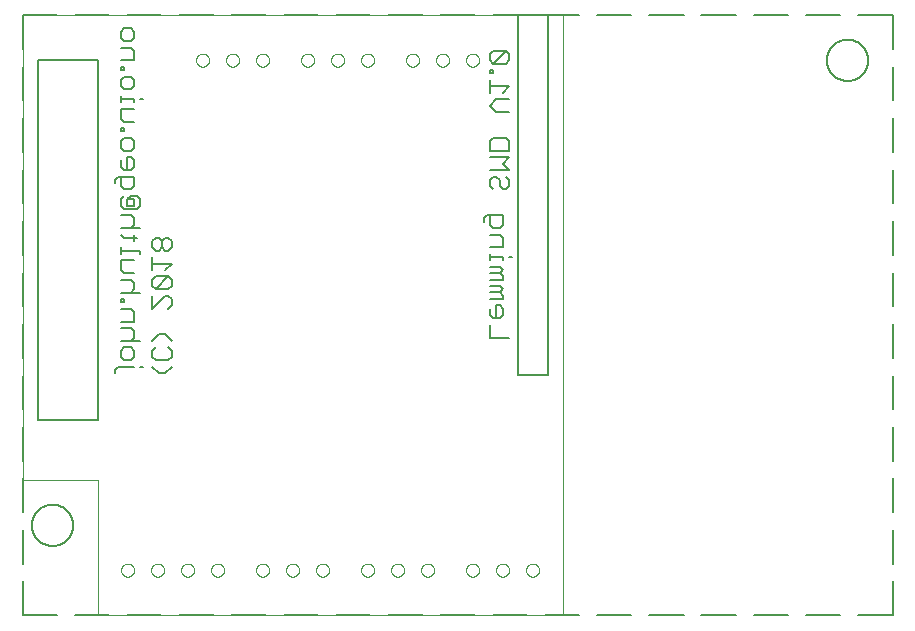
<source format=gbo>
G75*
%MOIN*%
%OFA0B0*%
%FSLAX25Y25*%
%IPPOS*%
%LPD*%
%AMOC8*
5,1,8,0,0,1.08239X$1,22.5*
%
%ADD10C,0.00000*%
%ADD11C,0.00600*%
%ADD12C,0.00500*%
D10*
X0062595Y0031433D02*
X0062595Y0076433D01*
X0037595Y0076433D01*
X0037595Y0231433D01*
X0217595Y0231433D01*
X0217595Y0031433D01*
X0062595Y0031433D01*
X0070430Y0046433D02*
X0070432Y0046526D01*
X0070438Y0046618D01*
X0070448Y0046710D01*
X0070462Y0046801D01*
X0070479Y0046892D01*
X0070501Y0046982D01*
X0070526Y0047071D01*
X0070555Y0047159D01*
X0070588Y0047245D01*
X0070625Y0047330D01*
X0070665Y0047414D01*
X0070709Y0047495D01*
X0070756Y0047575D01*
X0070806Y0047653D01*
X0070860Y0047728D01*
X0070917Y0047801D01*
X0070977Y0047871D01*
X0071040Y0047939D01*
X0071106Y0048004D01*
X0071174Y0048066D01*
X0071245Y0048126D01*
X0071319Y0048182D01*
X0071395Y0048235D01*
X0071473Y0048284D01*
X0071553Y0048331D01*
X0071635Y0048373D01*
X0071719Y0048413D01*
X0071804Y0048448D01*
X0071891Y0048480D01*
X0071979Y0048509D01*
X0072068Y0048533D01*
X0072158Y0048554D01*
X0072249Y0048570D01*
X0072341Y0048583D01*
X0072433Y0048592D01*
X0072526Y0048597D01*
X0072618Y0048598D01*
X0072711Y0048595D01*
X0072803Y0048588D01*
X0072895Y0048577D01*
X0072986Y0048562D01*
X0073077Y0048544D01*
X0073167Y0048521D01*
X0073255Y0048495D01*
X0073343Y0048465D01*
X0073429Y0048431D01*
X0073513Y0048394D01*
X0073596Y0048352D01*
X0073677Y0048308D01*
X0073757Y0048260D01*
X0073834Y0048209D01*
X0073908Y0048154D01*
X0073981Y0048096D01*
X0074051Y0048036D01*
X0074118Y0047972D01*
X0074182Y0047906D01*
X0074244Y0047836D01*
X0074302Y0047765D01*
X0074357Y0047691D01*
X0074409Y0047614D01*
X0074458Y0047535D01*
X0074504Y0047455D01*
X0074546Y0047372D01*
X0074584Y0047288D01*
X0074619Y0047202D01*
X0074650Y0047115D01*
X0074677Y0047027D01*
X0074700Y0046937D01*
X0074720Y0046847D01*
X0074736Y0046756D01*
X0074748Y0046664D01*
X0074756Y0046572D01*
X0074760Y0046479D01*
X0074760Y0046387D01*
X0074756Y0046294D01*
X0074748Y0046202D01*
X0074736Y0046110D01*
X0074720Y0046019D01*
X0074700Y0045929D01*
X0074677Y0045839D01*
X0074650Y0045751D01*
X0074619Y0045664D01*
X0074584Y0045578D01*
X0074546Y0045494D01*
X0074504Y0045411D01*
X0074458Y0045331D01*
X0074409Y0045252D01*
X0074357Y0045175D01*
X0074302Y0045101D01*
X0074244Y0045030D01*
X0074182Y0044960D01*
X0074118Y0044894D01*
X0074051Y0044830D01*
X0073981Y0044770D01*
X0073908Y0044712D01*
X0073834Y0044657D01*
X0073757Y0044606D01*
X0073678Y0044558D01*
X0073596Y0044514D01*
X0073513Y0044472D01*
X0073429Y0044435D01*
X0073343Y0044401D01*
X0073255Y0044371D01*
X0073167Y0044345D01*
X0073077Y0044322D01*
X0072986Y0044304D01*
X0072895Y0044289D01*
X0072803Y0044278D01*
X0072711Y0044271D01*
X0072618Y0044268D01*
X0072526Y0044269D01*
X0072433Y0044274D01*
X0072341Y0044283D01*
X0072249Y0044296D01*
X0072158Y0044312D01*
X0072068Y0044333D01*
X0071979Y0044357D01*
X0071891Y0044386D01*
X0071804Y0044418D01*
X0071719Y0044453D01*
X0071635Y0044493D01*
X0071553Y0044535D01*
X0071473Y0044582D01*
X0071395Y0044631D01*
X0071319Y0044684D01*
X0071245Y0044740D01*
X0071174Y0044800D01*
X0071106Y0044862D01*
X0071040Y0044927D01*
X0070977Y0044995D01*
X0070917Y0045065D01*
X0070860Y0045138D01*
X0070806Y0045213D01*
X0070756Y0045291D01*
X0070709Y0045371D01*
X0070665Y0045452D01*
X0070625Y0045536D01*
X0070588Y0045621D01*
X0070555Y0045707D01*
X0070526Y0045795D01*
X0070501Y0045884D01*
X0070479Y0045974D01*
X0070462Y0046065D01*
X0070448Y0046156D01*
X0070438Y0046248D01*
X0070432Y0046340D01*
X0070430Y0046433D01*
X0080430Y0046433D02*
X0080432Y0046526D01*
X0080438Y0046618D01*
X0080448Y0046710D01*
X0080462Y0046801D01*
X0080479Y0046892D01*
X0080501Y0046982D01*
X0080526Y0047071D01*
X0080555Y0047159D01*
X0080588Y0047245D01*
X0080625Y0047330D01*
X0080665Y0047414D01*
X0080709Y0047495D01*
X0080756Y0047575D01*
X0080806Y0047653D01*
X0080860Y0047728D01*
X0080917Y0047801D01*
X0080977Y0047871D01*
X0081040Y0047939D01*
X0081106Y0048004D01*
X0081174Y0048066D01*
X0081245Y0048126D01*
X0081319Y0048182D01*
X0081395Y0048235D01*
X0081473Y0048284D01*
X0081553Y0048331D01*
X0081635Y0048373D01*
X0081719Y0048413D01*
X0081804Y0048448D01*
X0081891Y0048480D01*
X0081979Y0048509D01*
X0082068Y0048533D01*
X0082158Y0048554D01*
X0082249Y0048570D01*
X0082341Y0048583D01*
X0082433Y0048592D01*
X0082526Y0048597D01*
X0082618Y0048598D01*
X0082711Y0048595D01*
X0082803Y0048588D01*
X0082895Y0048577D01*
X0082986Y0048562D01*
X0083077Y0048544D01*
X0083167Y0048521D01*
X0083255Y0048495D01*
X0083343Y0048465D01*
X0083429Y0048431D01*
X0083513Y0048394D01*
X0083596Y0048352D01*
X0083677Y0048308D01*
X0083757Y0048260D01*
X0083834Y0048209D01*
X0083908Y0048154D01*
X0083981Y0048096D01*
X0084051Y0048036D01*
X0084118Y0047972D01*
X0084182Y0047906D01*
X0084244Y0047836D01*
X0084302Y0047765D01*
X0084357Y0047691D01*
X0084409Y0047614D01*
X0084458Y0047535D01*
X0084504Y0047455D01*
X0084546Y0047372D01*
X0084584Y0047288D01*
X0084619Y0047202D01*
X0084650Y0047115D01*
X0084677Y0047027D01*
X0084700Y0046937D01*
X0084720Y0046847D01*
X0084736Y0046756D01*
X0084748Y0046664D01*
X0084756Y0046572D01*
X0084760Y0046479D01*
X0084760Y0046387D01*
X0084756Y0046294D01*
X0084748Y0046202D01*
X0084736Y0046110D01*
X0084720Y0046019D01*
X0084700Y0045929D01*
X0084677Y0045839D01*
X0084650Y0045751D01*
X0084619Y0045664D01*
X0084584Y0045578D01*
X0084546Y0045494D01*
X0084504Y0045411D01*
X0084458Y0045331D01*
X0084409Y0045252D01*
X0084357Y0045175D01*
X0084302Y0045101D01*
X0084244Y0045030D01*
X0084182Y0044960D01*
X0084118Y0044894D01*
X0084051Y0044830D01*
X0083981Y0044770D01*
X0083908Y0044712D01*
X0083834Y0044657D01*
X0083757Y0044606D01*
X0083678Y0044558D01*
X0083596Y0044514D01*
X0083513Y0044472D01*
X0083429Y0044435D01*
X0083343Y0044401D01*
X0083255Y0044371D01*
X0083167Y0044345D01*
X0083077Y0044322D01*
X0082986Y0044304D01*
X0082895Y0044289D01*
X0082803Y0044278D01*
X0082711Y0044271D01*
X0082618Y0044268D01*
X0082526Y0044269D01*
X0082433Y0044274D01*
X0082341Y0044283D01*
X0082249Y0044296D01*
X0082158Y0044312D01*
X0082068Y0044333D01*
X0081979Y0044357D01*
X0081891Y0044386D01*
X0081804Y0044418D01*
X0081719Y0044453D01*
X0081635Y0044493D01*
X0081553Y0044535D01*
X0081473Y0044582D01*
X0081395Y0044631D01*
X0081319Y0044684D01*
X0081245Y0044740D01*
X0081174Y0044800D01*
X0081106Y0044862D01*
X0081040Y0044927D01*
X0080977Y0044995D01*
X0080917Y0045065D01*
X0080860Y0045138D01*
X0080806Y0045213D01*
X0080756Y0045291D01*
X0080709Y0045371D01*
X0080665Y0045452D01*
X0080625Y0045536D01*
X0080588Y0045621D01*
X0080555Y0045707D01*
X0080526Y0045795D01*
X0080501Y0045884D01*
X0080479Y0045974D01*
X0080462Y0046065D01*
X0080448Y0046156D01*
X0080438Y0046248D01*
X0080432Y0046340D01*
X0080430Y0046433D01*
X0090430Y0046433D02*
X0090432Y0046526D01*
X0090438Y0046618D01*
X0090448Y0046710D01*
X0090462Y0046801D01*
X0090479Y0046892D01*
X0090501Y0046982D01*
X0090526Y0047071D01*
X0090555Y0047159D01*
X0090588Y0047245D01*
X0090625Y0047330D01*
X0090665Y0047414D01*
X0090709Y0047495D01*
X0090756Y0047575D01*
X0090806Y0047653D01*
X0090860Y0047728D01*
X0090917Y0047801D01*
X0090977Y0047871D01*
X0091040Y0047939D01*
X0091106Y0048004D01*
X0091174Y0048066D01*
X0091245Y0048126D01*
X0091319Y0048182D01*
X0091395Y0048235D01*
X0091473Y0048284D01*
X0091553Y0048331D01*
X0091635Y0048373D01*
X0091719Y0048413D01*
X0091804Y0048448D01*
X0091891Y0048480D01*
X0091979Y0048509D01*
X0092068Y0048533D01*
X0092158Y0048554D01*
X0092249Y0048570D01*
X0092341Y0048583D01*
X0092433Y0048592D01*
X0092526Y0048597D01*
X0092618Y0048598D01*
X0092711Y0048595D01*
X0092803Y0048588D01*
X0092895Y0048577D01*
X0092986Y0048562D01*
X0093077Y0048544D01*
X0093167Y0048521D01*
X0093255Y0048495D01*
X0093343Y0048465D01*
X0093429Y0048431D01*
X0093513Y0048394D01*
X0093596Y0048352D01*
X0093677Y0048308D01*
X0093757Y0048260D01*
X0093834Y0048209D01*
X0093908Y0048154D01*
X0093981Y0048096D01*
X0094051Y0048036D01*
X0094118Y0047972D01*
X0094182Y0047906D01*
X0094244Y0047836D01*
X0094302Y0047765D01*
X0094357Y0047691D01*
X0094409Y0047614D01*
X0094458Y0047535D01*
X0094504Y0047455D01*
X0094546Y0047372D01*
X0094584Y0047288D01*
X0094619Y0047202D01*
X0094650Y0047115D01*
X0094677Y0047027D01*
X0094700Y0046937D01*
X0094720Y0046847D01*
X0094736Y0046756D01*
X0094748Y0046664D01*
X0094756Y0046572D01*
X0094760Y0046479D01*
X0094760Y0046387D01*
X0094756Y0046294D01*
X0094748Y0046202D01*
X0094736Y0046110D01*
X0094720Y0046019D01*
X0094700Y0045929D01*
X0094677Y0045839D01*
X0094650Y0045751D01*
X0094619Y0045664D01*
X0094584Y0045578D01*
X0094546Y0045494D01*
X0094504Y0045411D01*
X0094458Y0045331D01*
X0094409Y0045252D01*
X0094357Y0045175D01*
X0094302Y0045101D01*
X0094244Y0045030D01*
X0094182Y0044960D01*
X0094118Y0044894D01*
X0094051Y0044830D01*
X0093981Y0044770D01*
X0093908Y0044712D01*
X0093834Y0044657D01*
X0093757Y0044606D01*
X0093678Y0044558D01*
X0093596Y0044514D01*
X0093513Y0044472D01*
X0093429Y0044435D01*
X0093343Y0044401D01*
X0093255Y0044371D01*
X0093167Y0044345D01*
X0093077Y0044322D01*
X0092986Y0044304D01*
X0092895Y0044289D01*
X0092803Y0044278D01*
X0092711Y0044271D01*
X0092618Y0044268D01*
X0092526Y0044269D01*
X0092433Y0044274D01*
X0092341Y0044283D01*
X0092249Y0044296D01*
X0092158Y0044312D01*
X0092068Y0044333D01*
X0091979Y0044357D01*
X0091891Y0044386D01*
X0091804Y0044418D01*
X0091719Y0044453D01*
X0091635Y0044493D01*
X0091553Y0044535D01*
X0091473Y0044582D01*
X0091395Y0044631D01*
X0091319Y0044684D01*
X0091245Y0044740D01*
X0091174Y0044800D01*
X0091106Y0044862D01*
X0091040Y0044927D01*
X0090977Y0044995D01*
X0090917Y0045065D01*
X0090860Y0045138D01*
X0090806Y0045213D01*
X0090756Y0045291D01*
X0090709Y0045371D01*
X0090665Y0045452D01*
X0090625Y0045536D01*
X0090588Y0045621D01*
X0090555Y0045707D01*
X0090526Y0045795D01*
X0090501Y0045884D01*
X0090479Y0045974D01*
X0090462Y0046065D01*
X0090448Y0046156D01*
X0090438Y0046248D01*
X0090432Y0046340D01*
X0090430Y0046433D01*
X0100430Y0046433D02*
X0100432Y0046526D01*
X0100438Y0046618D01*
X0100448Y0046710D01*
X0100462Y0046801D01*
X0100479Y0046892D01*
X0100501Y0046982D01*
X0100526Y0047071D01*
X0100555Y0047159D01*
X0100588Y0047245D01*
X0100625Y0047330D01*
X0100665Y0047414D01*
X0100709Y0047495D01*
X0100756Y0047575D01*
X0100806Y0047653D01*
X0100860Y0047728D01*
X0100917Y0047801D01*
X0100977Y0047871D01*
X0101040Y0047939D01*
X0101106Y0048004D01*
X0101174Y0048066D01*
X0101245Y0048126D01*
X0101319Y0048182D01*
X0101395Y0048235D01*
X0101473Y0048284D01*
X0101553Y0048331D01*
X0101635Y0048373D01*
X0101719Y0048413D01*
X0101804Y0048448D01*
X0101891Y0048480D01*
X0101979Y0048509D01*
X0102068Y0048533D01*
X0102158Y0048554D01*
X0102249Y0048570D01*
X0102341Y0048583D01*
X0102433Y0048592D01*
X0102526Y0048597D01*
X0102618Y0048598D01*
X0102711Y0048595D01*
X0102803Y0048588D01*
X0102895Y0048577D01*
X0102986Y0048562D01*
X0103077Y0048544D01*
X0103167Y0048521D01*
X0103255Y0048495D01*
X0103343Y0048465D01*
X0103429Y0048431D01*
X0103513Y0048394D01*
X0103596Y0048352D01*
X0103677Y0048308D01*
X0103757Y0048260D01*
X0103834Y0048209D01*
X0103908Y0048154D01*
X0103981Y0048096D01*
X0104051Y0048036D01*
X0104118Y0047972D01*
X0104182Y0047906D01*
X0104244Y0047836D01*
X0104302Y0047765D01*
X0104357Y0047691D01*
X0104409Y0047614D01*
X0104458Y0047535D01*
X0104504Y0047455D01*
X0104546Y0047372D01*
X0104584Y0047288D01*
X0104619Y0047202D01*
X0104650Y0047115D01*
X0104677Y0047027D01*
X0104700Y0046937D01*
X0104720Y0046847D01*
X0104736Y0046756D01*
X0104748Y0046664D01*
X0104756Y0046572D01*
X0104760Y0046479D01*
X0104760Y0046387D01*
X0104756Y0046294D01*
X0104748Y0046202D01*
X0104736Y0046110D01*
X0104720Y0046019D01*
X0104700Y0045929D01*
X0104677Y0045839D01*
X0104650Y0045751D01*
X0104619Y0045664D01*
X0104584Y0045578D01*
X0104546Y0045494D01*
X0104504Y0045411D01*
X0104458Y0045331D01*
X0104409Y0045252D01*
X0104357Y0045175D01*
X0104302Y0045101D01*
X0104244Y0045030D01*
X0104182Y0044960D01*
X0104118Y0044894D01*
X0104051Y0044830D01*
X0103981Y0044770D01*
X0103908Y0044712D01*
X0103834Y0044657D01*
X0103757Y0044606D01*
X0103678Y0044558D01*
X0103596Y0044514D01*
X0103513Y0044472D01*
X0103429Y0044435D01*
X0103343Y0044401D01*
X0103255Y0044371D01*
X0103167Y0044345D01*
X0103077Y0044322D01*
X0102986Y0044304D01*
X0102895Y0044289D01*
X0102803Y0044278D01*
X0102711Y0044271D01*
X0102618Y0044268D01*
X0102526Y0044269D01*
X0102433Y0044274D01*
X0102341Y0044283D01*
X0102249Y0044296D01*
X0102158Y0044312D01*
X0102068Y0044333D01*
X0101979Y0044357D01*
X0101891Y0044386D01*
X0101804Y0044418D01*
X0101719Y0044453D01*
X0101635Y0044493D01*
X0101553Y0044535D01*
X0101473Y0044582D01*
X0101395Y0044631D01*
X0101319Y0044684D01*
X0101245Y0044740D01*
X0101174Y0044800D01*
X0101106Y0044862D01*
X0101040Y0044927D01*
X0100977Y0044995D01*
X0100917Y0045065D01*
X0100860Y0045138D01*
X0100806Y0045213D01*
X0100756Y0045291D01*
X0100709Y0045371D01*
X0100665Y0045452D01*
X0100625Y0045536D01*
X0100588Y0045621D01*
X0100555Y0045707D01*
X0100526Y0045795D01*
X0100501Y0045884D01*
X0100479Y0045974D01*
X0100462Y0046065D01*
X0100448Y0046156D01*
X0100438Y0046248D01*
X0100432Y0046340D01*
X0100430Y0046433D01*
X0115430Y0046433D02*
X0115432Y0046526D01*
X0115438Y0046618D01*
X0115448Y0046710D01*
X0115462Y0046801D01*
X0115479Y0046892D01*
X0115501Y0046982D01*
X0115526Y0047071D01*
X0115555Y0047159D01*
X0115588Y0047245D01*
X0115625Y0047330D01*
X0115665Y0047414D01*
X0115709Y0047495D01*
X0115756Y0047575D01*
X0115806Y0047653D01*
X0115860Y0047728D01*
X0115917Y0047801D01*
X0115977Y0047871D01*
X0116040Y0047939D01*
X0116106Y0048004D01*
X0116174Y0048066D01*
X0116245Y0048126D01*
X0116319Y0048182D01*
X0116395Y0048235D01*
X0116473Y0048284D01*
X0116553Y0048331D01*
X0116635Y0048373D01*
X0116719Y0048413D01*
X0116804Y0048448D01*
X0116891Y0048480D01*
X0116979Y0048509D01*
X0117068Y0048533D01*
X0117158Y0048554D01*
X0117249Y0048570D01*
X0117341Y0048583D01*
X0117433Y0048592D01*
X0117526Y0048597D01*
X0117618Y0048598D01*
X0117711Y0048595D01*
X0117803Y0048588D01*
X0117895Y0048577D01*
X0117986Y0048562D01*
X0118077Y0048544D01*
X0118167Y0048521D01*
X0118255Y0048495D01*
X0118343Y0048465D01*
X0118429Y0048431D01*
X0118513Y0048394D01*
X0118596Y0048352D01*
X0118677Y0048308D01*
X0118757Y0048260D01*
X0118834Y0048209D01*
X0118908Y0048154D01*
X0118981Y0048096D01*
X0119051Y0048036D01*
X0119118Y0047972D01*
X0119182Y0047906D01*
X0119244Y0047836D01*
X0119302Y0047765D01*
X0119357Y0047691D01*
X0119409Y0047614D01*
X0119458Y0047535D01*
X0119504Y0047455D01*
X0119546Y0047372D01*
X0119584Y0047288D01*
X0119619Y0047202D01*
X0119650Y0047115D01*
X0119677Y0047027D01*
X0119700Y0046937D01*
X0119720Y0046847D01*
X0119736Y0046756D01*
X0119748Y0046664D01*
X0119756Y0046572D01*
X0119760Y0046479D01*
X0119760Y0046387D01*
X0119756Y0046294D01*
X0119748Y0046202D01*
X0119736Y0046110D01*
X0119720Y0046019D01*
X0119700Y0045929D01*
X0119677Y0045839D01*
X0119650Y0045751D01*
X0119619Y0045664D01*
X0119584Y0045578D01*
X0119546Y0045494D01*
X0119504Y0045411D01*
X0119458Y0045331D01*
X0119409Y0045252D01*
X0119357Y0045175D01*
X0119302Y0045101D01*
X0119244Y0045030D01*
X0119182Y0044960D01*
X0119118Y0044894D01*
X0119051Y0044830D01*
X0118981Y0044770D01*
X0118908Y0044712D01*
X0118834Y0044657D01*
X0118757Y0044606D01*
X0118678Y0044558D01*
X0118596Y0044514D01*
X0118513Y0044472D01*
X0118429Y0044435D01*
X0118343Y0044401D01*
X0118255Y0044371D01*
X0118167Y0044345D01*
X0118077Y0044322D01*
X0117986Y0044304D01*
X0117895Y0044289D01*
X0117803Y0044278D01*
X0117711Y0044271D01*
X0117618Y0044268D01*
X0117526Y0044269D01*
X0117433Y0044274D01*
X0117341Y0044283D01*
X0117249Y0044296D01*
X0117158Y0044312D01*
X0117068Y0044333D01*
X0116979Y0044357D01*
X0116891Y0044386D01*
X0116804Y0044418D01*
X0116719Y0044453D01*
X0116635Y0044493D01*
X0116553Y0044535D01*
X0116473Y0044582D01*
X0116395Y0044631D01*
X0116319Y0044684D01*
X0116245Y0044740D01*
X0116174Y0044800D01*
X0116106Y0044862D01*
X0116040Y0044927D01*
X0115977Y0044995D01*
X0115917Y0045065D01*
X0115860Y0045138D01*
X0115806Y0045213D01*
X0115756Y0045291D01*
X0115709Y0045371D01*
X0115665Y0045452D01*
X0115625Y0045536D01*
X0115588Y0045621D01*
X0115555Y0045707D01*
X0115526Y0045795D01*
X0115501Y0045884D01*
X0115479Y0045974D01*
X0115462Y0046065D01*
X0115448Y0046156D01*
X0115438Y0046248D01*
X0115432Y0046340D01*
X0115430Y0046433D01*
X0125430Y0046433D02*
X0125432Y0046526D01*
X0125438Y0046618D01*
X0125448Y0046710D01*
X0125462Y0046801D01*
X0125479Y0046892D01*
X0125501Y0046982D01*
X0125526Y0047071D01*
X0125555Y0047159D01*
X0125588Y0047245D01*
X0125625Y0047330D01*
X0125665Y0047414D01*
X0125709Y0047495D01*
X0125756Y0047575D01*
X0125806Y0047653D01*
X0125860Y0047728D01*
X0125917Y0047801D01*
X0125977Y0047871D01*
X0126040Y0047939D01*
X0126106Y0048004D01*
X0126174Y0048066D01*
X0126245Y0048126D01*
X0126319Y0048182D01*
X0126395Y0048235D01*
X0126473Y0048284D01*
X0126553Y0048331D01*
X0126635Y0048373D01*
X0126719Y0048413D01*
X0126804Y0048448D01*
X0126891Y0048480D01*
X0126979Y0048509D01*
X0127068Y0048533D01*
X0127158Y0048554D01*
X0127249Y0048570D01*
X0127341Y0048583D01*
X0127433Y0048592D01*
X0127526Y0048597D01*
X0127618Y0048598D01*
X0127711Y0048595D01*
X0127803Y0048588D01*
X0127895Y0048577D01*
X0127986Y0048562D01*
X0128077Y0048544D01*
X0128167Y0048521D01*
X0128255Y0048495D01*
X0128343Y0048465D01*
X0128429Y0048431D01*
X0128513Y0048394D01*
X0128596Y0048352D01*
X0128677Y0048308D01*
X0128757Y0048260D01*
X0128834Y0048209D01*
X0128908Y0048154D01*
X0128981Y0048096D01*
X0129051Y0048036D01*
X0129118Y0047972D01*
X0129182Y0047906D01*
X0129244Y0047836D01*
X0129302Y0047765D01*
X0129357Y0047691D01*
X0129409Y0047614D01*
X0129458Y0047535D01*
X0129504Y0047455D01*
X0129546Y0047372D01*
X0129584Y0047288D01*
X0129619Y0047202D01*
X0129650Y0047115D01*
X0129677Y0047027D01*
X0129700Y0046937D01*
X0129720Y0046847D01*
X0129736Y0046756D01*
X0129748Y0046664D01*
X0129756Y0046572D01*
X0129760Y0046479D01*
X0129760Y0046387D01*
X0129756Y0046294D01*
X0129748Y0046202D01*
X0129736Y0046110D01*
X0129720Y0046019D01*
X0129700Y0045929D01*
X0129677Y0045839D01*
X0129650Y0045751D01*
X0129619Y0045664D01*
X0129584Y0045578D01*
X0129546Y0045494D01*
X0129504Y0045411D01*
X0129458Y0045331D01*
X0129409Y0045252D01*
X0129357Y0045175D01*
X0129302Y0045101D01*
X0129244Y0045030D01*
X0129182Y0044960D01*
X0129118Y0044894D01*
X0129051Y0044830D01*
X0128981Y0044770D01*
X0128908Y0044712D01*
X0128834Y0044657D01*
X0128757Y0044606D01*
X0128678Y0044558D01*
X0128596Y0044514D01*
X0128513Y0044472D01*
X0128429Y0044435D01*
X0128343Y0044401D01*
X0128255Y0044371D01*
X0128167Y0044345D01*
X0128077Y0044322D01*
X0127986Y0044304D01*
X0127895Y0044289D01*
X0127803Y0044278D01*
X0127711Y0044271D01*
X0127618Y0044268D01*
X0127526Y0044269D01*
X0127433Y0044274D01*
X0127341Y0044283D01*
X0127249Y0044296D01*
X0127158Y0044312D01*
X0127068Y0044333D01*
X0126979Y0044357D01*
X0126891Y0044386D01*
X0126804Y0044418D01*
X0126719Y0044453D01*
X0126635Y0044493D01*
X0126553Y0044535D01*
X0126473Y0044582D01*
X0126395Y0044631D01*
X0126319Y0044684D01*
X0126245Y0044740D01*
X0126174Y0044800D01*
X0126106Y0044862D01*
X0126040Y0044927D01*
X0125977Y0044995D01*
X0125917Y0045065D01*
X0125860Y0045138D01*
X0125806Y0045213D01*
X0125756Y0045291D01*
X0125709Y0045371D01*
X0125665Y0045452D01*
X0125625Y0045536D01*
X0125588Y0045621D01*
X0125555Y0045707D01*
X0125526Y0045795D01*
X0125501Y0045884D01*
X0125479Y0045974D01*
X0125462Y0046065D01*
X0125448Y0046156D01*
X0125438Y0046248D01*
X0125432Y0046340D01*
X0125430Y0046433D01*
X0135430Y0046433D02*
X0135432Y0046526D01*
X0135438Y0046618D01*
X0135448Y0046710D01*
X0135462Y0046801D01*
X0135479Y0046892D01*
X0135501Y0046982D01*
X0135526Y0047071D01*
X0135555Y0047159D01*
X0135588Y0047245D01*
X0135625Y0047330D01*
X0135665Y0047414D01*
X0135709Y0047495D01*
X0135756Y0047575D01*
X0135806Y0047653D01*
X0135860Y0047728D01*
X0135917Y0047801D01*
X0135977Y0047871D01*
X0136040Y0047939D01*
X0136106Y0048004D01*
X0136174Y0048066D01*
X0136245Y0048126D01*
X0136319Y0048182D01*
X0136395Y0048235D01*
X0136473Y0048284D01*
X0136553Y0048331D01*
X0136635Y0048373D01*
X0136719Y0048413D01*
X0136804Y0048448D01*
X0136891Y0048480D01*
X0136979Y0048509D01*
X0137068Y0048533D01*
X0137158Y0048554D01*
X0137249Y0048570D01*
X0137341Y0048583D01*
X0137433Y0048592D01*
X0137526Y0048597D01*
X0137618Y0048598D01*
X0137711Y0048595D01*
X0137803Y0048588D01*
X0137895Y0048577D01*
X0137986Y0048562D01*
X0138077Y0048544D01*
X0138167Y0048521D01*
X0138255Y0048495D01*
X0138343Y0048465D01*
X0138429Y0048431D01*
X0138513Y0048394D01*
X0138596Y0048352D01*
X0138677Y0048308D01*
X0138757Y0048260D01*
X0138834Y0048209D01*
X0138908Y0048154D01*
X0138981Y0048096D01*
X0139051Y0048036D01*
X0139118Y0047972D01*
X0139182Y0047906D01*
X0139244Y0047836D01*
X0139302Y0047765D01*
X0139357Y0047691D01*
X0139409Y0047614D01*
X0139458Y0047535D01*
X0139504Y0047455D01*
X0139546Y0047372D01*
X0139584Y0047288D01*
X0139619Y0047202D01*
X0139650Y0047115D01*
X0139677Y0047027D01*
X0139700Y0046937D01*
X0139720Y0046847D01*
X0139736Y0046756D01*
X0139748Y0046664D01*
X0139756Y0046572D01*
X0139760Y0046479D01*
X0139760Y0046387D01*
X0139756Y0046294D01*
X0139748Y0046202D01*
X0139736Y0046110D01*
X0139720Y0046019D01*
X0139700Y0045929D01*
X0139677Y0045839D01*
X0139650Y0045751D01*
X0139619Y0045664D01*
X0139584Y0045578D01*
X0139546Y0045494D01*
X0139504Y0045411D01*
X0139458Y0045331D01*
X0139409Y0045252D01*
X0139357Y0045175D01*
X0139302Y0045101D01*
X0139244Y0045030D01*
X0139182Y0044960D01*
X0139118Y0044894D01*
X0139051Y0044830D01*
X0138981Y0044770D01*
X0138908Y0044712D01*
X0138834Y0044657D01*
X0138757Y0044606D01*
X0138678Y0044558D01*
X0138596Y0044514D01*
X0138513Y0044472D01*
X0138429Y0044435D01*
X0138343Y0044401D01*
X0138255Y0044371D01*
X0138167Y0044345D01*
X0138077Y0044322D01*
X0137986Y0044304D01*
X0137895Y0044289D01*
X0137803Y0044278D01*
X0137711Y0044271D01*
X0137618Y0044268D01*
X0137526Y0044269D01*
X0137433Y0044274D01*
X0137341Y0044283D01*
X0137249Y0044296D01*
X0137158Y0044312D01*
X0137068Y0044333D01*
X0136979Y0044357D01*
X0136891Y0044386D01*
X0136804Y0044418D01*
X0136719Y0044453D01*
X0136635Y0044493D01*
X0136553Y0044535D01*
X0136473Y0044582D01*
X0136395Y0044631D01*
X0136319Y0044684D01*
X0136245Y0044740D01*
X0136174Y0044800D01*
X0136106Y0044862D01*
X0136040Y0044927D01*
X0135977Y0044995D01*
X0135917Y0045065D01*
X0135860Y0045138D01*
X0135806Y0045213D01*
X0135756Y0045291D01*
X0135709Y0045371D01*
X0135665Y0045452D01*
X0135625Y0045536D01*
X0135588Y0045621D01*
X0135555Y0045707D01*
X0135526Y0045795D01*
X0135501Y0045884D01*
X0135479Y0045974D01*
X0135462Y0046065D01*
X0135448Y0046156D01*
X0135438Y0046248D01*
X0135432Y0046340D01*
X0135430Y0046433D01*
X0150430Y0046433D02*
X0150432Y0046526D01*
X0150438Y0046618D01*
X0150448Y0046710D01*
X0150462Y0046801D01*
X0150479Y0046892D01*
X0150501Y0046982D01*
X0150526Y0047071D01*
X0150555Y0047159D01*
X0150588Y0047245D01*
X0150625Y0047330D01*
X0150665Y0047414D01*
X0150709Y0047495D01*
X0150756Y0047575D01*
X0150806Y0047653D01*
X0150860Y0047728D01*
X0150917Y0047801D01*
X0150977Y0047871D01*
X0151040Y0047939D01*
X0151106Y0048004D01*
X0151174Y0048066D01*
X0151245Y0048126D01*
X0151319Y0048182D01*
X0151395Y0048235D01*
X0151473Y0048284D01*
X0151553Y0048331D01*
X0151635Y0048373D01*
X0151719Y0048413D01*
X0151804Y0048448D01*
X0151891Y0048480D01*
X0151979Y0048509D01*
X0152068Y0048533D01*
X0152158Y0048554D01*
X0152249Y0048570D01*
X0152341Y0048583D01*
X0152433Y0048592D01*
X0152526Y0048597D01*
X0152618Y0048598D01*
X0152711Y0048595D01*
X0152803Y0048588D01*
X0152895Y0048577D01*
X0152986Y0048562D01*
X0153077Y0048544D01*
X0153167Y0048521D01*
X0153255Y0048495D01*
X0153343Y0048465D01*
X0153429Y0048431D01*
X0153513Y0048394D01*
X0153596Y0048352D01*
X0153677Y0048308D01*
X0153757Y0048260D01*
X0153834Y0048209D01*
X0153908Y0048154D01*
X0153981Y0048096D01*
X0154051Y0048036D01*
X0154118Y0047972D01*
X0154182Y0047906D01*
X0154244Y0047836D01*
X0154302Y0047765D01*
X0154357Y0047691D01*
X0154409Y0047614D01*
X0154458Y0047535D01*
X0154504Y0047455D01*
X0154546Y0047372D01*
X0154584Y0047288D01*
X0154619Y0047202D01*
X0154650Y0047115D01*
X0154677Y0047027D01*
X0154700Y0046937D01*
X0154720Y0046847D01*
X0154736Y0046756D01*
X0154748Y0046664D01*
X0154756Y0046572D01*
X0154760Y0046479D01*
X0154760Y0046387D01*
X0154756Y0046294D01*
X0154748Y0046202D01*
X0154736Y0046110D01*
X0154720Y0046019D01*
X0154700Y0045929D01*
X0154677Y0045839D01*
X0154650Y0045751D01*
X0154619Y0045664D01*
X0154584Y0045578D01*
X0154546Y0045494D01*
X0154504Y0045411D01*
X0154458Y0045331D01*
X0154409Y0045252D01*
X0154357Y0045175D01*
X0154302Y0045101D01*
X0154244Y0045030D01*
X0154182Y0044960D01*
X0154118Y0044894D01*
X0154051Y0044830D01*
X0153981Y0044770D01*
X0153908Y0044712D01*
X0153834Y0044657D01*
X0153757Y0044606D01*
X0153678Y0044558D01*
X0153596Y0044514D01*
X0153513Y0044472D01*
X0153429Y0044435D01*
X0153343Y0044401D01*
X0153255Y0044371D01*
X0153167Y0044345D01*
X0153077Y0044322D01*
X0152986Y0044304D01*
X0152895Y0044289D01*
X0152803Y0044278D01*
X0152711Y0044271D01*
X0152618Y0044268D01*
X0152526Y0044269D01*
X0152433Y0044274D01*
X0152341Y0044283D01*
X0152249Y0044296D01*
X0152158Y0044312D01*
X0152068Y0044333D01*
X0151979Y0044357D01*
X0151891Y0044386D01*
X0151804Y0044418D01*
X0151719Y0044453D01*
X0151635Y0044493D01*
X0151553Y0044535D01*
X0151473Y0044582D01*
X0151395Y0044631D01*
X0151319Y0044684D01*
X0151245Y0044740D01*
X0151174Y0044800D01*
X0151106Y0044862D01*
X0151040Y0044927D01*
X0150977Y0044995D01*
X0150917Y0045065D01*
X0150860Y0045138D01*
X0150806Y0045213D01*
X0150756Y0045291D01*
X0150709Y0045371D01*
X0150665Y0045452D01*
X0150625Y0045536D01*
X0150588Y0045621D01*
X0150555Y0045707D01*
X0150526Y0045795D01*
X0150501Y0045884D01*
X0150479Y0045974D01*
X0150462Y0046065D01*
X0150448Y0046156D01*
X0150438Y0046248D01*
X0150432Y0046340D01*
X0150430Y0046433D01*
X0160430Y0046433D02*
X0160432Y0046526D01*
X0160438Y0046618D01*
X0160448Y0046710D01*
X0160462Y0046801D01*
X0160479Y0046892D01*
X0160501Y0046982D01*
X0160526Y0047071D01*
X0160555Y0047159D01*
X0160588Y0047245D01*
X0160625Y0047330D01*
X0160665Y0047414D01*
X0160709Y0047495D01*
X0160756Y0047575D01*
X0160806Y0047653D01*
X0160860Y0047728D01*
X0160917Y0047801D01*
X0160977Y0047871D01*
X0161040Y0047939D01*
X0161106Y0048004D01*
X0161174Y0048066D01*
X0161245Y0048126D01*
X0161319Y0048182D01*
X0161395Y0048235D01*
X0161473Y0048284D01*
X0161553Y0048331D01*
X0161635Y0048373D01*
X0161719Y0048413D01*
X0161804Y0048448D01*
X0161891Y0048480D01*
X0161979Y0048509D01*
X0162068Y0048533D01*
X0162158Y0048554D01*
X0162249Y0048570D01*
X0162341Y0048583D01*
X0162433Y0048592D01*
X0162526Y0048597D01*
X0162618Y0048598D01*
X0162711Y0048595D01*
X0162803Y0048588D01*
X0162895Y0048577D01*
X0162986Y0048562D01*
X0163077Y0048544D01*
X0163167Y0048521D01*
X0163255Y0048495D01*
X0163343Y0048465D01*
X0163429Y0048431D01*
X0163513Y0048394D01*
X0163596Y0048352D01*
X0163677Y0048308D01*
X0163757Y0048260D01*
X0163834Y0048209D01*
X0163908Y0048154D01*
X0163981Y0048096D01*
X0164051Y0048036D01*
X0164118Y0047972D01*
X0164182Y0047906D01*
X0164244Y0047836D01*
X0164302Y0047765D01*
X0164357Y0047691D01*
X0164409Y0047614D01*
X0164458Y0047535D01*
X0164504Y0047455D01*
X0164546Y0047372D01*
X0164584Y0047288D01*
X0164619Y0047202D01*
X0164650Y0047115D01*
X0164677Y0047027D01*
X0164700Y0046937D01*
X0164720Y0046847D01*
X0164736Y0046756D01*
X0164748Y0046664D01*
X0164756Y0046572D01*
X0164760Y0046479D01*
X0164760Y0046387D01*
X0164756Y0046294D01*
X0164748Y0046202D01*
X0164736Y0046110D01*
X0164720Y0046019D01*
X0164700Y0045929D01*
X0164677Y0045839D01*
X0164650Y0045751D01*
X0164619Y0045664D01*
X0164584Y0045578D01*
X0164546Y0045494D01*
X0164504Y0045411D01*
X0164458Y0045331D01*
X0164409Y0045252D01*
X0164357Y0045175D01*
X0164302Y0045101D01*
X0164244Y0045030D01*
X0164182Y0044960D01*
X0164118Y0044894D01*
X0164051Y0044830D01*
X0163981Y0044770D01*
X0163908Y0044712D01*
X0163834Y0044657D01*
X0163757Y0044606D01*
X0163678Y0044558D01*
X0163596Y0044514D01*
X0163513Y0044472D01*
X0163429Y0044435D01*
X0163343Y0044401D01*
X0163255Y0044371D01*
X0163167Y0044345D01*
X0163077Y0044322D01*
X0162986Y0044304D01*
X0162895Y0044289D01*
X0162803Y0044278D01*
X0162711Y0044271D01*
X0162618Y0044268D01*
X0162526Y0044269D01*
X0162433Y0044274D01*
X0162341Y0044283D01*
X0162249Y0044296D01*
X0162158Y0044312D01*
X0162068Y0044333D01*
X0161979Y0044357D01*
X0161891Y0044386D01*
X0161804Y0044418D01*
X0161719Y0044453D01*
X0161635Y0044493D01*
X0161553Y0044535D01*
X0161473Y0044582D01*
X0161395Y0044631D01*
X0161319Y0044684D01*
X0161245Y0044740D01*
X0161174Y0044800D01*
X0161106Y0044862D01*
X0161040Y0044927D01*
X0160977Y0044995D01*
X0160917Y0045065D01*
X0160860Y0045138D01*
X0160806Y0045213D01*
X0160756Y0045291D01*
X0160709Y0045371D01*
X0160665Y0045452D01*
X0160625Y0045536D01*
X0160588Y0045621D01*
X0160555Y0045707D01*
X0160526Y0045795D01*
X0160501Y0045884D01*
X0160479Y0045974D01*
X0160462Y0046065D01*
X0160448Y0046156D01*
X0160438Y0046248D01*
X0160432Y0046340D01*
X0160430Y0046433D01*
X0170430Y0046433D02*
X0170432Y0046526D01*
X0170438Y0046618D01*
X0170448Y0046710D01*
X0170462Y0046801D01*
X0170479Y0046892D01*
X0170501Y0046982D01*
X0170526Y0047071D01*
X0170555Y0047159D01*
X0170588Y0047245D01*
X0170625Y0047330D01*
X0170665Y0047414D01*
X0170709Y0047495D01*
X0170756Y0047575D01*
X0170806Y0047653D01*
X0170860Y0047728D01*
X0170917Y0047801D01*
X0170977Y0047871D01*
X0171040Y0047939D01*
X0171106Y0048004D01*
X0171174Y0048066D01*
X0171245Y0048126D01*
X0171319Y0048182D01*
X0171395Y0048235D01*
X0171473Y0048284D01*
X0171553Y0048331D01*
X0171635Y0048373D01*
X0171719Y0048413D01*
X0171804Y0048448D01*
X0171891Y0048480D01*
X0171979Y0048509D01*
X0172068Y0048533D01*
X0172158Y0048554D01*
X0172249Y0048570D01*
X0172341Y0048583D01*
X0172433Y0048592D01*
X0172526Y0048597D01*
X0172618Y0048598D01*
X0172711Y0048595D01*
X0172803Y0048588D01*
X0172895Y0048577D01*
X0172986Y0048562D01*
X0173077Y0048544D01*
X0173167Y0048521D01*
X0173255Y0048495D01*
X0173343Y0048465D01*
X0173429Y0048431D01*
X0173513Y0048394D01*
X0173596Y0048352D01*
X0173677Y0048308D01*
X0173757Y0048260D01*
X0173834Y0048209D01*
X0173908Y0048154D01*
X0173981Y0048096D01*
X0174051Y0048036D01*
X0174118Y0047972D01*
X0174182Y0047906D01*
X0174244Y0047836D01*
X0174302Y0047765D01*
X0174357Y0047691D01*
X0174409Y0047614D01*
X0174458Y0047535D01*
X0174504Y0047455D01*
X0174546Y0047372D01*
X0174584Y0047288D01*
X0174619Y0047202D01*
X0174650Y0047115D01*
X0174677Y0047027D01*
X0174700Y0046937D01*
X0174720Y0046847D01*
X0174736Y0046756D01*
X0174748Y0046664D01*
X0174756Y0046572D01*
X0174760Y0046479D01*
X0174760Y0046387D01*
X0174756Y0046294D01*
X0174748Y0046202D01*
X0174736Y0046110D01*
X0174720Y0046019D01*
X0174700Y0045929D01*
X0174677Y0045839D01*
X0174650Y0045751D01*
X0174619Y0045664D01*
X0174584Y0045578D01*
X0174546Y0045494D01*
X0174504Y0045411D01*
X0174458Y0045331D01*
X0174409Y0045252D01*
X0174357Y0045175D01*
X0174302Y0045101D01*
X0174244Y0045030D01*
X0174182Y0044960D01*
X0174118Y0044894D01*
X0174051Y0044830D01*
X0173981Y0044770D01*
X0173908Y0044712D01*
X0173834Y0044657D01*
X0173757Y0044606D01*
X0173678Y0044558D01*
X0173596Y0044514D01*
X0173513Y0044472D01*
X0173429Y0044435D01*
X0173343Y0044401D01*
X0173255Y0044371D01*
X0173167Y0044345D01*
X0173077Y0044322D01*
X0172986Y0044304D01*
X0172895Y0044289D01*
X0172803Y0044278D01*
X0172711Y0044271D01*
X0172618Y0044268D01*
X0172526Y0044269D01*
X0172433Y0044274D01*
X0172341Y0044283D01*
X0172249Y0044296D01*
X0172158Y0044312D01*
X0172068Y0044333D01*
X0171979Y0044357D01*
X0171891Y0044386D01*
X0171804Y0044418D01*
X0171719Y0044453D01*
X0171635Y0044493D01*
X0171553Y0044535D01*
X0171473Y0044582D01*
X0171395Y0044631D01*
X0171319Y0044684D01*
X0171245Y0044740D01*
X0171174Y0044800D01*
X0171106Y0044862D01*
X0171040Y0044927D01*
X0170977Y0044995D01*
X0170917Y0045065D01*
X0170860Y0045138D01*
X0170806Y0045213D01*
X0170756Y0045291D01*
X0170709Y0045371D01*
X0170665Y0045452D01*
X0170625Y0045536D01*
X0170588Y0045621D01*
X0170555Y0045707D01*
X0170526Y0045795D01*
X0170501Y0045884D01*
X0170479Y0045974D01*
X0170462Y0046065D01*
X0170448Y0046156D01*
X0170438Y0046248D01*
X0170432Y0046340D01*
X0170430Y0046433D01*
X0185430Y0046433D02*
X0185432Y0046526D01*
X0185438Y0046618D01*
X0185448Y0046710D01*
X0185462Y0046801D01*
X0185479Y0046892D01*
X0185501Y0046982D01*
X0185526Y0047071D01*
X0185555Y0047159D01*
X0185588Y0047245D01*
X0185625Y0047330D01*
X0185665Y0047414D01*
X0185709Y0047495D01*
X0185756Y0047575D01*
X0185806Y0047653D01*
X0185860Y0047728D01*
X0185917Y0047801D01*
X0185977Y0047871D01*
X0186040Y0047939D01*
X0186106Y0048004D01*
X0186174Y0048066D01*
X0186245Y0048126D01*
X0186319Y0048182D01*
X0186395Y0048235D01*
X0186473Y0048284D01*
X0186553Y0048331D01*
X0186635Y0048373D01*
X0186719Y0048413D01*
X0186804Y0048448D01*
X0186891Y0048480D01*
X0186979Y0048509D01*
X0187068Y0048533D01*
X0187158Y0048554D01*
X0187249Y0048570D01*
X0187341Y0048583D01*
X0187433Y0048592D01*
X0187526Y0048597D01*
X0187618Y0048598D01*
X0187711Y0048595D01*
X0187803Y0048588D01*
X0187895Y0048577D01*
X0187986Y0048562D01*
X0188077Y0048544D01*
X0188167Y0048521D01*
X0188255Y0048495D01*
X0188343Y0048465D01*
X0188429Y0048431D01*
X0188513Y0048394D01*
X0188596Y0048352D01*
X0188677Y0048308D01*
X0188757Y0048260D01*
X0188834Y0048209D01*
X0188908Y0048154D01*
X0188981Y0048096D01*
X0189051Y0048036D01*
X0189118Y0047972D01*
X0189182Y0047906D01*
X0189244Y0047836D01*
X0189302Y0047765D01*
X0189357Y0047691D01*
X0189409Y0047614D01*
X0189458Y0047535D01*
X0189504Y0047455D01*
X0189546Y0047372D01*
X0189584Y0047288D01*
X0189619Y0047202D01*
X0189650Y0047115D01*
X0189677Y0047027D01*
X0189700Y0046937D01*
X0189720Y0046847D01*
X0189736Y0046756D01*
X0189748Y0046664D01*
X0189756Y0046572D01*
X0189760Y0046479D01*
X0189760Y0046387D01*
X0189756Y0046294D01*
X0189748Y0046202D01*
X0189736Y0046110D01*
X0189720Y0046019D01*
X0189700Y0045929D01*
X0189677Y0045839D01*
X0189650Y0045751D01*
X0189619Y0045664D01*
X0189584Y0045578D01*
X0189546Y0045494D01*
X0189504Y0045411D01*
X0189458Y0045331D01*
X0189409Y0045252D01*
X0189357Y0045175D01*
X0189302Y0045101D01*
X0189244Y0045030D01*
X0189182Y0044960D01*
X0189118Y0044894D01*
X0189051Y0044830D01*
X0188981Y0044770D01*
X0188908Y0044712D01*
X0188834Y0044657D01*
X0188757Y0044606D01*
X0188678Y0044558D01*
X0188596Y0044514D01*
X0188513Y0044472D01*
X0188429Y0044435D01*
X0188343Y0044401D01*
X0188255Y0044371D01*
X0188167Y0044345D01*
X0188077Y0044322D01*
X0187986Y0044304D01*
X0187895Y0044289D01*
X0187803Y0044278D01*
X0187711Y0044271D01*
X0187618Y0044268D01*
X0187526Y0044269D01*
X0187433Y0044274D01*
X0187341Y0044283D01*
X0187249Y0044296D01*
X0187158Y0044312D01*
X0187068Y0044333D01*
X0186979Y0044357D01*
X0186891Y0044386D01*
X0186804Y0044418D01*
X0186719Y0044453D01*
X0186635Y0044493D01*
X0186553Y0044535D01*
X0186473Y0044582D01*
X0186395Y0044631D01*
X0186319Y0044684D01*
X0186245Y0044740D01*
X0186174Y0044800D01*
X0186106Y0044862D01*
X0186040Y0044927D01*
X0185977Y0044995D01*
X0185917Y0045065D01*
X0185860Y0045138D01*
X0185806Y0045213D01*
X0185756Y0045291D01*
X0185709Y0045371D01*
X0185665Y0045452D01*
X0185625Y0045536D01*
X0185588Y0045621D01*
X0185555Y0045707D01*
X0185526Y0045795D01*
X0185501Y0045884D01*
X0185479Y0045974D01*
X0185462Y0046065D01*
X0185448Y0046156D01*
X0185438Y0046248D01*
X0185432Y0046340D01*
X0185430Y0046433D01*
X0195430Y0046433D02*
X0195432Y0046526D01*
X0195438Y0046618D01*
X0195448Y0046710D01*
X0195462Y0046801D01*
X0195479Y0046892D01*
X0195501Y0046982D01*
X0195526Y0047071D01*
X0195555Y0047159D01*
X0195588Y0047245D01*
X0195625Y0047330D01*
X0195665Y0047414D01*
X0195709Y0047495D01*
X0195756Y0047575D01*
X0195806Y0047653D01*
X0195860Y0047728D01*
X0195917Y0047801D01*
X0195977Y0047871D01*
X0196040Y0047939D01*
X0196106Y0048004D01*
X0196174Y0048066D01*
X0196245Y0048126D01*
X0196319Y0048182D01*
X0196395Y0048235D01*
X0196473Y0048284D01*
X0196553Y0048331D01*
X0196635Y0048373D01*
X0196719Y0048413D01*
X0196804Y0048448D01*
X0196891Y0048480D01*
X0196979Y0048509D01*
X0197068Y0048533D01*
X0197158Y0048554D01*
X0197249Y0048570D01*
X0197341Y0048583D01*
X0197433Y0048592D01*
X0197526Y0048597D01*
X0197618Y0048598D01*
X0197711Y0048595D01*
X0197803Y0048588D01*
X0197895Y0048577D01*
X0197986Y0048562D01*
X0198077Y0048544D01*
X0198167Y0048521D01*
X0198255Y0048495D01*
X0198343Y0048465D01*
X0198429Y0048431D01*
X0198513Y0048394D01*
X0198596Y0048352D01*
X0198677Y0048308D01*
X0198757Y0048260D01*
X0198834Y0048209D01*
X0198908Y0048154D01*
X0198981Y0048096D01*
X0199051Y0048036D01*
X0199118Y0047972D01*
X0199182Y0047906D01*
X0199244Y0047836D01*
X0199302Y0047765D01*
X0199357Y0047691D01*
X0199409Y0047614D01*
X0199458Y0047535D01*
X0199504Y0047455D01*
X0199546Y0047372D01*
X0199584Y0047288D01*
X0199619Y0047202D01*
X0199650Y0047115D01*
X0199677Y0047027D01*
X0199700Y0046937D01*
X0199720Y0046847D01*
X0199736Y0046756D01*
X0199748Y0046664D01*
X0199756Y0046572D01*
X0199760Y0046479D01*
X0199760Y0046387D01*
X0199756Y0046294D01*
X0199748Y0046202D01*
X0199736Y0046110D01*
X0199720Y0046019D01*
X0199700Y0045929D01*
X0199677Y0045839D01*
X0199650Y0045751D01*
X0199619Y0045664D01*
X0199584Y0045578D01*
X0199546Y0045494D01*
X0199504Y0045411D01*
X0199458Y0045331D01*
X0199409Y0045252D01*
X0199357Y0045175D01*
X0199302Y0045101D01*
X0199244Y0045030D01*
X0199182Y0044960D01*
X0199118Y0044894D01*
X0199051Y0044830D01*
X0198981Y0044770D01*
X0198908Y0044712D01*
X0198834Y0044657D01*
X0198757Y0044606D01*
X0198678Y0044558D01*
X0198596Y0044514D01*
X0198513Y0044472D01*
X0198429Y0044435D01*
X0198343Y0044401D01*
X0198255Y0044371D01*
X0198167Y0044345D01*
X0198077Y0044322D01*
X0197986Y0044304D01*
X0197895Y0044289D01*
X0197803Y0044278D01*
X0197711Y0044271D01*
X0197618Y0044268D01*
X0197526Y0044269D01*
X0197433Y0044274D01*
X0197341Y0044283D01*
X0197249Y0044296D01*
X0197158Y0044312D01*
X0197068Y0044333D01*
X0196979Y0044357D01*
X0196891Y0044386D01*
X0196804Y0044418D01*
X0196719Y0044453D01*
X0196635Y0044493D01*
X0196553Y0044535D01*
X0196473Y0044582D01*
X0196395Y0044631D01*
X0196319Y0044684D01*
X0196245Y0044740D01*
X0196174Y0044800D01*
X0196106Y0044862D01*
X0196040Y0044927D01*
X0195977Y0044995D01*
X0195917Y0045065D01*
X0195860Y0045138D01*
X0195806Y0045213D01*
X0195756Y0045291D01*
X0195709Y0045371D01*
X0195665Y0045452D01*
X0195625Y0045536D01*
X0195588Y0045621D01*
X0195555Y0045707D01*
X0195526Y0045795D01*
X0195501Y0045884D01*
X0195479Y0045974D01*
X0195462Y0046065D01*
X0195448Y0046156D01*
X0195438Y0046248D01*
X0195432Y0046340D01*
X0195430Y0046433D01*
X0205430Y0046433D02*
X0205432Y0046526D01*
X0205438Y0046618D01*
X0205448Y0046710D01*
X0205462Y0046801D01*
X0205479Y0046892D01*
X0205501Y0046982D01*
X0205526Y0047071D01*
X0205555Y0047159D01*
X0205588Y0047245D01*
X0205625Y0047330D01*
X0205665Y0047414D01*
X0205709Y0047495D01*
X0205756Y0047575D01*
X0205806Y0047653D01*
X0205860Y0047728D01*
X0205917Y0047801D01*
X0205977Y0047871D01*
X0206040Y0047939D01*
X0206106Y0048004D01*
X0206174Y0048066D01*
X0206245Y0048126D01*
X0206319Y0048182D01*
X0206395Y0048235D01*
X0206473Y0048284D01*
X0206553Y0048331D01*
X0206635Y0048373D01*
X0206719Y0048413D01*
X0206804Y0048448D01*
X0206891Y0048480D01*
X0206979Y0048509D01*
X0207068Y0048533D01*
X0207158Y0048554D01*
X0207249Y0048570D01*
X0207341Y0048583D01*
X0207433Y0048592D01*
X0207526Y0048597D01*
X0207618Y0048598D01*
X0207711Y0048595D01*
X0207803Y0048588D01*
X0207895Y0048577D01*
X0207986Y0048562D01*
X0208077Y0048544D01*
X0208167Y0048521D01*
X0208255Y0048495D01*
X0208343Y0048465D01*
X0208429Y0048431D01*
X0208513Y0048394D01*
X0208596Y0048352D01*
X0208677Y0048308D01*
X0208757Y0048260D01*
X0208834Y0048209D01*
X0208908Y0048154D01*
X0208981Y0048096D01*
X0209051Y0048036D01*
X0209118Y0047972D01*
X0209182Y0047906D01*
X0209244Y0047836D01*
X0209302Y0047765D01*
X0209357Y0047691D01*
X0209409Y0047614D01*
X0209458Y0047535D01*
X0209504Y0047455D01*
X0209546Y0047372D01*
X0209584Y0047288D01*
X0209619Y0047202D01*
X0209650Y0047115D01*
X0209677Y0047027D01*
X0209700Y0046937D01*
X0209720Y0046847D01*
X0209736Y0046756D01*
X0209748Y0046664D01*
X0209756Y0046572D01*
X0209760Y0046479D01*
X0209760Y0046387D01*
X0209756Y0046294D01*
X0209748Y0046202D01*
X0209736Y0046110D01*
X0209720Y0046019D01*
X0209700Y0045929D01*
X0209677Y0045839D01*
X0209650Y0045751D01*
X0209619Y0045664D01*
X0209584Y0045578D01*
X0209546Y0045494D01*
X0209504Y0045411D01*
X0209458Y0045331D01*
X0209409Y0045252D01*
X0209357Y0045175D01*
X0209302Y0045101D01*
X0209244Y0045030D01*
X0209182Y0044960D01*
X0209118Y0044894D01*
X0209051Y0044830D01*
X0208981Y0044770D01*
X0208908Y0044712D01*
X0208834Y0044657D01*
X0208757Y0044606D01*
X0208678Y0044558D01*
X0208596Y0044514D01*
X0208513Y0044472D01*
X0208429Y0044435D01*
X0208343Y0044401D01*
X0208255Y0044371D01*
X0208167Y0044345D01*
X0208077Y0044322D01*
X0207986Y0044304D01*
X0207895Y0044289D01*
X0207803Y0044278D01*
X0207711Y0044271D01*
X0207618Y0044268D01*
X0207526Y0044269D01*
X0207433Y0044274D01*
X0207341Y0044283D01*
X0207249Y0044296D01*
X0207158Y0044312D01*
X0207068Y0044333D01*
X0206979Y0044357D01*
X0206891Y0044386D01*
X0206804Y0044418D01*
X0206719Y0044453D01*
X0206635Y0044493D01*
X0206553Y0044535D01*
X0206473Y0044582D01*
X0206395Y0044631D01*
X0206319Y0044684D01*
X0206245Y0044740D01*
X0206174Y0044800D01*
X0206106Y0044862D01*
X0206040Y0044927D01*
X0205977Y0044995D01*
X0205917Y0045065D01*
X0205860Y0045138D01*
X0205806Y0045213D01*
X0205756Y0045291D01*
X0205709Y0045371D01*
X0205665Y0045452D01*
X0205625Y0045536D01*
X0205588Y0045621D01*
X0205555Y0045707D01*
X0205526Y0045795D01*
X0205501Y0045884D01*
X0205479Y0045974D01*
X0205462Y0046065D01*
X0205448Y0046156D01*
X0205438Y0046248D01*
X0205432Y0046340D01*
X0205430Y0046433D01*
X0185430Y0216433D02*
X0185432Y0216526D01*
X0185438Y0216618D01*
X0185448Y0216710D01*
X0185462Y0216801D01*
X0185479Y0216892D01*
X0185501Y0216982D01*
X0185526Y0217071D01*
X0185555Y0217159D01*
X0185588Y0217245D01*
X0185625Y0217330D01*
X0185665Y0217414D01*
X0185709Y0217495D01*
X0185756Y0217575D01*
X0185806Y0217653D01*
X0185860Y0217728D01*
X0185917Y0217801D01*
X0185977Y0217871D01*
X0186040Y0217939D01*
X0186106Y0218004D01*
X0186174Y0218066D01*
X0186245Y0218126D01*
X0186319Y0218182D01*
X0186395Y0218235D01*
X0186473Y0218284D01*
X0186553Y0218331D01*
X0186635Y0218373D01*
X0186719Y0218413D01*
X0186804Y0218448D01*
X0186891Y0218480D01*
X0186979Y0218509D01*
X0187068Y0218533D01*
X0187158Y0218554D01*
X0187249Y0218570D01*
X0187341Y0218583D01*
X0187433Y0218592D01*
X0187526Y0218597D01*
X0187618Y0218598D01*
X0187711Y0218595D01*
X0187803Y0218588D01*
X0187895Y0218577D01*
X0187986Y0218562D01*
X0188077Y0218544D01*
X0188167Y0218521D01*
X0188255Y0218495D01*
X0188343Y0218465D01*
X0188429Y0218431D01*
X0188513Y0218394D01*
X0188596Y0218352D01*
X0188677Y0218308D01*
X0188757Y0218260D01*
X0188834Y0218209D01*
X0188908Y0218154D01*
X0188981Y0218096D01*
X0189051Y0218036D01*
X0189118Y0217972D01*
X0189182Y0217906D01*
X0189244Y0217836D01*
X0189302Y0217765D01*
X0189357Y0217691D01*
X0189409Y0217614D01*
X0189458Y0217535D01*
X0189504Y0217455D01*
X0189546Y0217372D01*
X0189584Y0217288D01*
X0189619Y0217202D01*
X0189650Y0217115D01*
X0189677Y0217027D01*
X0189700Y0216937D01*
X0189720Y0216847D01*
X0189736Y0216756D01*
X0189748Y0216664D01*
X0189756Y0216572D01*
X0189760Y0216479D01*
X0189760Y0216387D01*
X0189756Y0216294D01*
X0189748Y0216202D01*
X0189736Y0216110D01*
X0189720Y0216019D01*
X0189700Y0215929D01*
X0189677Y0215839D01*
X0189650Y0215751D01*
X0189619Y0215664D01*
X0189584Y0215578D01*
X0189546Y0215494D01*
X0189504Y0215411D01*
X0189458Y0215331D01*
X0189409Y0215252D01*
X0189357Y0215175D01*
X0189302Y0215101D01*
X0189244Y0215030D01*
X0189182Y0214960D01*
X0189118Y0214894D01*
X0189051Y0214830D01*
X0188981Y0214770D01*
X0188908Y0214712D01*
X0188834Y0214657D01*
X0188757Y0214606D01*
X0188678Y0214558D01*
X0188596Y0214514D01*
X0188513Y0214472D01*
X0188429Y0214435D01*
X0188343Y0214401D01*
X0188255Y0214371D01*
X0188167Y0214345D01*
X0188077Y0214322D01*
X0187986Y0214304D01*
X0187895Y0214289D01*
X0187803Y0214278D01*
X0187711Y0214271D01*
X0187618Y0214268D01*
X0187526Y0214269D01*
X0187433Y0214274D01*
X0187341Y0214283D01*
X0187249Y0214296D01*
X0187158Y0214312D01*
X0187068Y0214333D01*
X0186979Y0214357D01*
X0186891Y0214386D01*
X0186804Y0214418D01*
X0186719Y0214453D01*
X0186635Y0214493D01*
X0186553Y0214535D01*
X0186473Y0214582D01*
X0186395Y0214631D01*
X0186319Y0214684D01*
X0186245Y0214740D01*
X0186174Y0214800D01*
X0186106Y0214862D01*
X0186040Y0214927D01*
X0185977Y0214995D01*
X0185917Y0215065D01*
X0185860Y0215138D01*
X0185806Y0215213D01*
X0185756Y0215291D01*
X0185709Y0215371D01*
X0185665Y0215452D01*
X0185625Y0215536D01*
X0185588Y0215621D01*
X0185555Y0215707D01*
X0185526Y0215795D01*
X0185501Y0215884D01*
X0185479Y0215974D01*
X0185462Y0216065D01*
X0185448Y0216156D01*
X0185438Y0216248D01*
X0185432Y0216340D01*
X0185430Y0216433D01*
X0175430Y0216433D02*
X0175432Y0216526D01*
X0175438Y0216618D01*
X0175448Y0216710D01*
X0175462Y0216801D01*
X0175479Y0216892D01*
X0175501Y0216982D01*
X0175526Y0217071D01*
X0175555Y0217159D01*
X0175588Y0217245D01*
X0175625Y0217330D01*
X0175665Y0217414D01*
X0175709Y0217495D01*
X0175756Y0217575D01*
X0175806Y0217653D01*
X0175860Y0217728D01*
X0175917Y0217801D01*
X0175977Y0217871D01*
X0176040Y0217939D01*
X0176106Y0218004D01*
X0176174Y0218066D01*
X0176245Y0218126D01*
X0176319Y0218182D01*
X0176395Y0218235D01*
X0176473Y0218284D01*
X0176553Y0218331D01*
X0176635Y0218373D01*
X0176719Y0218413D01*
X0176804Y0218448D01*
X0176891Y0218480D01*
X0176979Y0218509D01*
X0177068Y0218533D01*
X0177158Y0218554D01*
X0177249Y0218570D01*
X0177341Y0218583D01*
X0177433Y0218592D01*
X0177526Y0218597D01*
X0177618Y0218598D01*
X0177711Y0218595D01*
X0177803Y0218588D01*
X0177895Y0218577D01*
X0177986Y0218562D01*
X0178077Y0218544D01*
X0178167Y0218521D01*
X0178255Y0218495D01*
X0178343Y0218465D01*
X0178429Y0218431D01*
X0178513Y0218394D01*
X0178596Y0218352D01*
X0178677Y0218308D01*
X0178757Y0218260D01*
X0178834Y0218209D01*
X0178908Y0218154D01*
X0178981Y0218096D01*
X0179051Y0218036D01*
X0179118Y0217972D01*
X0179182Y0217906D01*
X0179244Y0217836D01*
X0179302Y0217765D01*
X0179357Y0217691D01*
X0179409Y0217614D01*
X0179458Y0217535D01*
X0179504Y0217455D01*
X0179546Y0217372D01*
X0179584Y0217288D01*
X0179619Y0217202D01*
X0179650Y0217115D01*
X0179677Y0217027D01*
X0179700Y0216937D01*
X0179720Y0216847D01*
X0179736Y0216756D01*
X0179748Y0216664D01*
X0179756Y0216572D01*
X0179760Y0216479D01*
X0179760Y0216387D01*
X0179756Y0216294D01*
X0179748Y0216202D01*
X0179736Y0216110D01*
X0179720Y0216019D01*
X0179700Y0215929D01*
X0179677Y0215839D01*
X0179650Y0215751D01*
X0179619Y0215664D01*
X0179584Y0215578D01*
X0179546Y0215494D01*
X0179504Y0215411D01*
X0179458Y0215331D01*
X0179409Y0215252D01*
X0179357Y0215175D01*
X0179302Y0215101D01*
X0179244Y0215030D01*
X0179182Y0214960D01*
X0179118Y0214894D01*
X0179051Y0214830D01*
X0178981Y0214770D01*
X0178908Y0214712D01*
X0178834Y0214657D01*
X0178757Y0214606D01*
X0178678Y0214558D01*
X0178596Y0214514D01*
X0178513Y0214472D01*
X0178429Y0214435D01*
X0178343Y0214401D01*
X0178255Y0214371D01*
X0178167Y0214345D01*
X0178077Y0214322D01*
X0177986Y0214304D01*
X0177895Y0214289D01*
X0177803Y0214278D01*
X0177711Y0214271D01*
X0177618Y0214268D01*
X0177526Y0214269D01*
X0177433Y0214274D01*
X0177341Y0214283D01*
X0177249Y0214296D01*
X0177158Y0214312D01*
X0177068Y0214333D01*
X0176979Y0214357D01*
X0176891Y0214386D01*
X0176804Y0214418D01*
X0176719Y0214453D01*
X0176635Y0214493D01*
X0176553Y0214535D01*
X0176473Y0214582D01*
X0176395Y0214631D01*
X0176319Y0214684D01*
X0176245Y0214740D01*
X0176174Y0214800D01*
X0176106Y0214862D01*
X0176040Y0214927D01*
X0175977Y0214995D01*
X0175917Y0215065D01*
X0175860Y0215138D01*
X0175806Y0215213D01*
X0175756Y0215291D01*
X0175709Y0215371D01*
X0175665Y0215452D01*
X0175625Y0215536D01*
X0175588Y0215621D01*
X0175555Y0215707D01*
X0175526Y0215795D01*
X0175501Y0215884D01*
X0175479Y0215974D01*
X0175462Y0216065D01*
X0175448Y0216156D01*
X0175438Y0216248D01*
X0175432Y0216340D01*
X0175430Y0216433D01*
X0165430Y0216433D02*
X0165432Y0216526D01*
X0165438Y0216618D01*
X0165448Y0216710D01*
X0165462Y0216801D01*
X0165479Y0216892D01*
X0165501Y0216982D01*
X0165526Y0217071D01*
X0165555Y0217159D01*
X0165588Y0217245D01*
X0165625Y0217330D01*
X0165665Y0217414D01*
X0165709Y0217495D01*
X0165756Y0217575D01*
X0165806Y0217653D01*
X0165860Y0217728D01*
X0165917Y0217801D01*
X0165977Y0217871D01*
X0166040Y0217939D01*
X0166106Y0218004D01*
X0166174Y0218066D01*
X0166245Y0218126D01*
X0166319Y0218182D01*
X0166395Y0218235D01*
X0166473Y0218284D01*
X0166553Y0218331D01*
X0166635Y0218373D01*
X0166719Y0218413D01*
X0166804Y0218448D01*
X0166891Y0218480D01*
X0166979Y0218509D01*
X0167068Y0218533D01*
X0167158Y0218554D01*
X0167249Y0218570D01*
X0167341Y0218583D01*
X0167433Y0218592D01*
X0167526Y0218597D01*
X0167618Y0218598D01*
X0167711Y0218595D01*
X0167803Y0218588D01*
X0167895Y0218577D01*
X0167986Y0218562D01*
X0168077Y0218544D01*
X0168167Y0218521D01*
X0168255Y0218495D01*
X0168343Y0218465D01*
X0168429Y0218431D01*
X0168513Y0218394D01*
X0168596Y0218352D01*
X0168677Y0218308D01*
X0168757Y0218260D01*
X0168834Y0218209D01*
X0168908Y0218154D01*
X0168981Y0218096D01*
X0169051Y0218036D01*
X0169118Y0217972D01*
X0169182Y0217906D01*
X0169244Y0217836D01*
X0169302Y0217765D01*
X0169357Y0217691D01*
X0169409Y0217614D01*
X0169458Y0217535D01*
X0169504Y0217455D01*
X0169546Y0217372D01*
X0169584Y0217288D01*
X0169619Y0217202D01*
X0169650Y0217115D01*
X0169677Y0217027D01*
X0169700Y0216937D01*
X0169720Y0216847D01*
X0169736Y0216756D01*
X0169748Y0216664D01*
X0169756Y0216572D01*
X0169760Y0216479D01*
X0169760Y0216387D01*
X0169756Y0216294D01*
X0169748Y0216202D01*
X0169736Y0216110D01*
X0169720Y0216019D01*
X0169700Y0215929D01*
X0169677Y0215839D01*
X0169650Y0215751D01*
X0169619Y0215664D01*
X0169584Y0215578D01*
X0169546Y0215494D01*
X0169504Y0215411D01*
X0169458Y0215331D01*
X0169409Y0215252D01*
X0169357Y0215175D01*
X0169302Y0215101D01*
X0169244Y0215030D01*
X0169182Y0214960D01*
X0169118Y0214894D01*
X0169051Y0214830D01*
X0168981Y0214770D01*
X0168908Y0214712D01*
X0168834Y0214657D01*
X0168757Y0214606D01*
X0168678Y0214558D01*
X0168596Y0214514D01*
X0168513Y0214472D01*
X0168429Y0214435D01*
X0168343Y0214401D01*
X0168255Y0214371D01*
X0168167Y0214345D01*
X0168077Y0214322D01*
X0167986Y0214304D01*
X0167895Y0214289D01*
X0167803Y0214278D01*
X0167711Y0214271D01*
X0167618Y0214268D01*
X0167526Y0214269D01*
X0167433Y0214274D01*
X0167341Y0214283D01*
X0167249Y0214296D01*
X0167158Y0214312D01*
X0167068Y0214333D01*
X0166979Y0214357D01*
X0166891Y0214386D01*
X0166804Y0214418D01*
X0166719Y0214453D01*
X0166635Y0214493D01*
X0166553Y0214535D01*
X0166473Y0214582D01*
X0166395Y0214631D01*
X0166319Y0214684D01*
X0166245Y0214740D01*
X0166174Y0214800D01*
X0166106Y0214862D01*
X0166040Y0214927D01*
X0165977Y0214995D01*
X0165917Y0215065D01*
X0165860Y0215138D01*
X0165806Y0215213D01*
X0165756Y0215291D01*
X0165709Y0215371D01*
X0165665Y0215452D01*
X0165625Y0215536D01*
X0165588Y0215621D01*
X0165555Y0215707D01*
X0165526Y0215795D01*
X0165501Y0215884D01*
X0165479Y0215974D01*
X0165462Y0216065D01*
X0165448Y0216156D01*
X0165438Y0216248D01*
X0165432Y0216340D01*
X0165430Y0216433D01*
X0150430Y0216433D02*
X0150432Y0216526D01*
X0150438Y0216618D01*
X0150448Y0216710D01*
X0150462Y0216801D01*
X0150479Y0216892D01*
X0150501Y0216982D01*
X0150526Y0217071D01*
X0150555Y0217159D01*
X0150588Y0217245D01*
X0150625Y0217330D01*
X0150665Y0217414D01*
X0150709Y0217495D01*
X0150756Y0217575D01*
X0150806Y0217653D01*
X0150860Y0217728D01*
X0150917Y0217801D01*
X0150977Y0217871D01*
X0151040Y0217939D01*
X0151106Y0218004D01*
X0151174Y0218066D01*
X0151245Y0218126D01*
X0151319Y0218182D01*
X0151395Y0218235D01*
X0151473Y0218284D01*
X0151553Y0218331D01*
X0151635Y0218373D01*
X0151719Y0218413D01*
X0151804Y0218448D01*
X0151891Y0218480D01*
X0151979Y0218509D01*
X0152068Y0218533D01*
X0152158Y0218554D01*
X0152249Y0218570D01*
X0152341Y0218583D01*
X0152433Y0218592D01*
X0152526Y0218597D01*
X0152618Y0218598D01*
X0152711Y0218595D01*
X0152803Y0218588D01*
X0152895Y0218577D01*
X0152986Y0218562D01*
X0153077Y0218544D01*
X0153167Y0218521D01*
X0153255Y0218495D01*
X0153343Y0218465D01*
X0153429Y0218431D01*
X0153513Y0218394D01*
X0153596Y0218352D01*
X0153677Y0218308D01*
X0153757Y0218260D01*
X0153834Y0218209D01*
X0153908Y0218154D01*
X0153981Y0218096D01*
X0154051Y0218036D01*
X0154118Y0217972D01*
X0154182Y0217906D01*
X0154244Y0217836D01*
X0154302Y0217765D01*
X0154357Y0217691D01*
X0154409Y0217614D01*
X0154458Y0217535D01*
X0154504Y0217455D01*
X0154546Y0217372D01*
X0154584Y0217288D01*
X0154619Y0217202D01*
X0154650Y0217115D01*
X0154677Y0217027D01*
X0154700Y0216937D01*
X0154720Y0216847D01*
X0154736Y0216756D01*
X0154748Y0216664D01*
X0154756Y0216572D01*
X0154760Y0216479D01*
X0154760Y0216387D01*
X0154756Y0216294D01*
X0154748Y0216202D01*
X0154736Y0216110D01*
X0154720Y0216019D01*
X0154700Y0215929D01*
X0154677Y0215839D01*
X0154650Y0215751D01*
X0154619Y0215664D01*
X0154584Y0215578D01*
X0154546Y0215494D01*
X0154504Y0215411D01*
X0154458Y0215331D01*
X0154409Y0215252D01*
X0154357Y0215175D01*
X0154302Y0215101D01*
X0154244Y0215030D01*
X0154182Y0214960D01*
X0154118Y0214894D01*
X0154051Y0214830D01*
X0153981Y0214770D01*
X0153908Y0214712D01*
X0153834Y0214657D01*
X0153757Y0214606D01*
X0153678Y0214558D01*
X0153596Y0214514D01*
X0153513Y0214472D01*
X0153429Y0214435D01*
X0153343Y0214401D01*
X0153255Y0214371D01*
X0153167Y0214345D01*
X0153077Y0214322D01*
X0152986Y0214304D01*
X0152895Y0214289D01*
X0152803Y0214278D01*
X0152711Y0214271D01*
X0152618Y0214268D01*
X0152526Y0214269D01*
X0152433Y0214274D01*
X0152341Y0214283D01*
X0152249Y0214296D01*
X0152158Y0214312D01*
X0152068Y0214333D01*
X0151979Y0214357D01*
X0151891Y0214386D01*
X0151804Y0214418D01*
X0151719Y0214453D01*
X0151635Y0214493D01*
X0151553Y0214535D01*
X0151473Y0214582D01*
X0151395Y0214631D01*
X0151319Y0214684D01*
X0151245Y0214740D01*
X0151174Y0214800D01*
X0151106Y0214862D01*
X0151040Y0214927D01*
X0150977Y0214995D01*
X0150917Y0215065D01*
X0150860Y0215138D01*
X0150806Y0215213D01*
X0150756Y0215291D01*
X0150709Y0215371D01*
X0150665Y0215452D01*
X0150625Y0215536D01*
X0150588Y0215621D01*
X0150555Y0215707D01*
X0150526Y0215795D01*
X0150501Y0215884D01*
X0150479Y0215974D01*
X0150462Y0216065D01*
X0150448Y0216156D01*
X0150438Y0216248D01*
X0150432Y0216340D01*
X0150430Y0216433D01*
X0140430Y0216433D02*
X0140432Y0216526D01*
X0140438Y0216618D01*
X0140448Y0216710D01*
X0140462Y0216801D01*
X0140479Y0216892D01*
X0140501Y0216982D01*
X0140526Y0217071D01*
X0140555Y0217159D01*
X0140588Y0217245D01*
X0140625Y0217330D01*
X0140665Y0217414D01*
X0140709Y0217495D01*
X0140756Y0217575D01*
X0140806Y0217653D01*
X0140860Y0217728D01*
X0140917Y0217801D01*
X0140977Y0217871D01*
X0141040Y0217939D01*
X0141106Y0218004D01*
X0141174Y0218066D01*
X0141245Y0218126D01*
X0141319Y0218182D01*
X0141395Y0218235D01*
X0141473Y0218284D01*
X0141553Y0218331D01*
X0141635Y0218373D01*
X0141719Y0218413D01*
X0141804Y0218448D01*
X0141891Y0218480D01*
X0141979Y0218509D01*
X0142068Y0218533D01*
X0142158Y0218554D01*
X0142249Y0218570D01*
X0142341Y0218583D01*
X0142433Y0218592D01*
X0142526Y0218597D01*
X0142618Y0218598D01*
X0142711Y0218595D01*
X0142803Y0218588D01*
X0142895Y0218577D01*
X0142986Y0218562D01*
X0143077Y0218544D01*
X0143167Y0218521D01*
X0143255Y0218495D01*
X0143343Y0218465D01*
X0143429Y0218431D01*
X0143513Y0218394D01*
X0143596Y0218352D01*
X0143677Y0218308D01*
X0143757Y0218260D01*
X0143834Y0218209D01*
X0143908Y0218154D01*
X0143981Y0218096D01*
X0144051Y0218036D01*
X0144118Y0217972D01*
X0144182Y0217906D01*
X0144244Y0217836D01*
X0144302Y0217765D01*
X0144357Y0217691D01*
X0144409Y0217614D01*
X0144458Y0217535D01*
X0144504Y0217455D01*
X0144546Y0217372D01*
X0144584Y0217288D01*
X0144619Y0217202D01*
X0144650Y0217115D01*
X0144677Y0217027D01*
X0144700Y0216937D01*
X0144720Y0216847D01*
X0144736Y0216756D01*
X0144748Y0216664D01*
X0144756Y0216572D01*
X0144760Y0216479D01*
X0144760Y0216387D01*
X0144756Y0216294D01*
X0144748Y0216202D01*
X0144736Y0216110D01*
X0144720Y0216019D01*
X0144700Y0215929D01*
X0144677Y0215839D01*
X0144650Y0215751D01*
X0144619Y0215664D01*
X0144584Y0215578D01*
X0144546Y0215494D01*
X0144504Y0215411D01*
X0144458Y0215331D01*
X0144409Y0215252D01*
X0144357Y0215175D01*
X0144302Y0215101D01*
X0144244Y0215030D01*
X0144182Y0214960D01*
X0144118Y0214894D01*
X0144051Y0214830D01*
X0143981Y0214770D01*
X0143908Y0214712D01*
X0143834Y0214657D01*
X0143757Y0214606D01*
X0143678Y0214558D01*
X0143596Y0214514D01*
X0143513Y0214472D01*
X0143429Y0214435D01*
X0143343Y0214401D01*
X0143255Y0214371D01*
X0143167Y0214345D01*
X0143077Y0214322D01*
X0142986Y0214304D01*
X0142895Y0214289D01*
X0142803Y0214278D01*
X0142711Y0214271D01*
X0142618Y0214268D01*
X0142526Y0214269D01*
X0142433Y0214274D01*
X0142341Y0214283D01*
X0142249Y0214296D01*
X0142158Y0214312D01*
X0142068Y0214333D01*
X0141979Y0214357D01*
X0141891Y0214386D01*
X0141804Y0214418D01*
X0141719Y0214453D01*
X0141635Y0214493D01*
X0141553Y0214535D01*
X0141473Y0214582D01*
X0141395Y0214631D01*
X0141319Y0214684D01*
X0141245Y0214740D01*
X0141174Y0214800D01*
X0141106Y0214862D01*
X0141040Y0214927D01*
X0140977Y0214995D01*
X0140917Y0215065D01*
X0140860Y0215138D01*
X0140806Y0215213D01*
X0140756Y0215291D01*
X0140709Y0215371D01*
X0140665Y0215452D01*
X0140625Y0215536D01*
X0140588Y0215621D01*
X0140555Y0215707D01*
X0140526Y0215795D01*
X0140501Y0215884D01*
X0140479Y0215974D01*
X0140462Y0216065D01*
X0140448Y0216156D01*
X0140438Y0216248D01*
X0140432Y0216340D01*
X0140430Y0216433D01*
X0130430Y0216433D02*
X0130432Y0216526D01*
X0130438Y0216618D01*
X0130448Y0216710D01*
X0130462Y0216801D01*
X0130479Y0216892D01*
X0130501Y0216982D01*
X0130526Y0217071D01*
X0130555Y0217159D01*
X0130588Y0217245D01*
X0130625Y0217330D01*
X0130665Y0217414D01*
X0130709Y0217495D01*
X0130756Y0217575D01*
X0130806Y0217653D01*
X0130860Y0217728D01*
X0130917Y0217801D01*
X0130977Y0217871D01*
X0131040Y0217939D01*
X0131106Y0218004D01*
X0131174Y0218066D01*
X0131245Y0218126D01*
X0131319Y0218182D01*
X0131395Y0218235D01*
X0131473Y0218284D01*
X0131553Y0218331D01*
X0131635Y0218373D01*
X0131719Y0218413D01*
X0131804Y0218448D01*
X0131891Y0218480D01*
X0131979Y0218509D01*
X0132068Y0218533D01*
X0132158Y0218554D01*
X0132249Y0218570D01*
X0132341Y0218583D01*
X0132433Y0218592D01*
X0132526Y0218597D01*
X0132618Y0218598D01*
X0132711Y0218595D01*
X0132803Y0218588D01*
X0132895Y0218577D01*
X0132986Y0218562D01*
X0133077Y0218544D01*
X0133167Y0218521D01*
X0133255Y0218495D01*
X0133343Y0218465D01*
X0133429Y0218431D01*
X0133513Y0218394D01*
X0133596Y0218352D01*
X0133677Y0218308D01*
X0133757Y0218260D01*
X0133834Y0218209D01*
X0133908Y0218154D01*
X0133981Y0218096D01*
X0134051Y0218036D01*
X0134118Y0217972D01*
X0134182Y0217906D01*
X0134244Y0217836D01*
X0134302Y0217765D01*
X0134357Y0217691D01*
X0134409Y0217614D01*
X0134458Y0217535D01*
X0134504Y0217455D01*
X0134546Y0217372D01*
X0134584Y0217288D01*
X0134619Y0217202D01*
X0134650Y0217115D01*
X0134677Y0217027D01*
X0134700Y0216937D01*
X0134720Y0216847D01*
X0134736Y0216756D01*
X0134748Y0216664D01*
X0134756Y0216572D01*
X0134760Y0216479D01*
X0134760Y0216387D01*
X0134756Y0216294D01*
X0134748Y0216202D01*
X0134736Y0216110D01*
X0134720Y0216019D01*
X0134700Y0215929D01*
X0134677Y0215839D01*
X0134650Y0215751D01*
X0134619Y0215664D01*
X0134584Y0215578D01*
X0134546Y0215494D01*
X0134504Y0215411D01*
X0134458Y0215331D01*
X0134409Y0215252D01*
X0134357Y0215175D01*
X0134302Y0215101D01*
X0134244Y0215030D01*
X0134182Y0214960D01*
X0134118Y0214894D01*
X0134051Y0214830D01*
X0133981Y0214770D01*
X0133908Y0214712D01*
X0133834Y0214657D01*
X0133757Y0214606D01*
X0133678Y0214558D01*
X0133596Y0214514D01*
X0133513Y0214472D01*
X0133429Y0214435D01*
X0133343Y0214401D01*
X0133255Y0214371D01*
X0133167Y0214345D01*
X0133077Y0214322D01*
X0132986Y0214304D01*
X0132895Y0214289D01*
X0132803Y0214278D01*
X0132711Y0214271D01*
X0132618Y0214268D01*
X0132526Y0214269D01*
X0132433Y0214274D01*
X0132341Y0214283D01*
X0132249Y0214296D01*
X0132158Y0214312D01*
X0132068Y0214333D01*
X0131979Y0214357D01*
X0131891Y0214386D01*
X0131804Y0214418D01*
X0131719Y0214453D01*
X0131635Y0214493D01*
X0131553Y0214535D01*
X0131473Y0214582D01*
X0131395Y0214631D01*
X0131319Y0214684D01*
X0131245Y0214740D01*
X0131174Y0214800D01*
X0131106Y0214862D01*
X0131040Y0214927D01*
X0130977Y0214995D01*
X0130917Y0215065D01*
X0130860Y0215138D01*
X0130806Y0215213D01*
X0130756Y0215291D01*
X0130709Y0215371D01*
X0130665Y0215452D01*
X0130625Y0215536D01*
X0130588Y0215621D01*
X0130555Y0215707D01*
X0130526Y0215795D01*
X0130501Y0215884D01*
X0130479Y0215974D01*
X0130462Y0216065D01*
X0130448Y0216156D01*
X0130438Y0216248D01*
X0130432Y0216340D01*
X0130430Y0216433D01*
X0115430Y0216433D02*
X0115432Y0216526D01*
X0115438Y0216618D01*
X0115448Y0216710D01*
X0115462Y0216801D01*
X0115479Y0216892D01*
X0115501Y0216982D01*
X0115526Y0217071D01*
X0115555Y0217159D01*
X0115588Y0217245D01*
X0115625Y0217330D01*
X0115665Y0217414D01*
X0115709Y0217495D01*
X0115756Y0217575D01*
X0115806Y0217653D01*
X0115860Y0217728D01*
X0115917Y0217801D01*
X0115977Y0217871D01*
X0116040Y0217939D01*
X0116106Y0218004D01*
X0116174Y0218066D01*
X0116245Y0218126D01*
X0116319Y0218182D01*
X0116395Y0218235D01*
X0116473Y0218284D01*
X0116553Y0218331D01*
X0116635Y0218373D01*
X0116719Y0218413D01*
X0116804Y0218448D01*
X0116891Y0218480D01*
X0116979Y0218509D01*
X0117068Y0218533D01*
X0117158Y0218554D01*
X0117249Y0218570D01*
X0117341Y0218583D01*
X0117433Y0218592D01*
X0117526Y0218597D01*
X0117618Y0218598D01*
X0117711Y0218595D01*
X0117803Y0218588D01*
X0117895Y0218577D01*
X0117986Y0218562D01*
X0118077Y0218544D01*
X0118167Y0218521D01*
X0118255Y0218495D01*
X0118343Y0218465D01*
X0118429Y0218431D01*
X0118513Y0218394D01*
X0118596Y0218352D01*
X0118677Y0218308D01*
X0118757Y0218260D01*
X0118834Y0218209D01*
X0118908Y0218154D01*
X0118981Y0218096D01*
X0119051Y0218036D01*
X0119118Y0217972D01*
X0119182Y0217906D01*
X0119244Y0217836D01*
X0119302Y0217765D01*
X0119357Y0217691D01*
X0119409Y0217614D01*
X0119458Y0217535D01*
X0119504Y0217455D01*
X0119546Y0217372D01*
X0119584Y0217288D01*
X0119619Y0217202D01*
X0119650Y0217115D01*
X0119677Y0217027D01*
X0119700Y0216937D01*
X0119720Y0216847D01*
X0119736Y0216756D01*
X0119748Y0216664D01*
X0119756Y0216572D01*
X0119760Y0216479D01*
X0119760Y0216387D01*
X0119756Y0216294D01*
X0119748Y0216202D01*
X0119736Y0216110D01*
X0119720Y0216019D01*
X0119700Y0215929D01*
X0119677Y0215839D01*
X0119650Y0215751D01*
X0119619Y0215664D01*
X0119584Y0215578D01*
X0119546Y0215494D01*
X0119504Y0215411D01*
X0119458Y0215331D01*
X0119409Y0215252D01*
X0119357Y0215175D01*
X0119302Y0215101D01*
X0119244Y0215030D01*
X0119182Y0214960D01*
X0119118Y0214894D01*
X0119051Y0214830D01*
X0118981Y0214770D01*
X0118908Y0214712D01*
X0118834Y0214657D01*
X0118757Y0214606D01*
X0118678Y0214558D01*
X0118596Y0214514D01*
X0118513Y0214472D01*
X0118429Y0214435D01*
X0118343Y0214401D01*
X0118255Y0214371D01*
X0118167Y0214345D01*
X0118077Y0214322D01*
X0117986Y0214304D01*
X0117895Y0214289D01*
X0117803Y0214278D01*
X0117711Y0214271D01*
X0117618Y0214268D01*
X0117526Y0214269D01*
X0117433Y0214274D01*
X0117341Y0214283D01*
X0117249Y0214296D01*
X0117158Y0214312D01*
X0117068Y0214333D01*
X0116979Y0214357D01*
X0116891Y0214386D01*
X0116804Y0214418D01*
X0116719Y0214453D01*
X0116635Y0214493D01*
X0116553Y0214535D01*
X0116473Y0214582D01*
X0116395Y0214631D01*
X0116319Y0214684D01*
X0116245Y0214740D01*
X0116174Y0214800D01*
X0116106Y0214862D01*
X0116040Y0214927D01*
X0115977Y0214995D01*
X0115917Y0215065D01*
X0115860Y0215138D01*
X0115806Y0215213D01*
X0115756Y0215291D01*
X0115709Y0215371D01*
X0115665Y0215452D01*
X0115625Y0215536D01*
X0115588Y0215621D01*
X0115555Y0215707D01*
X0115526Y0215795D01*
X0115501Y0215884D01*
X0115479Y0215974D01*
X0115462Y0216065D01*
X0115448Y0216156D01*
X0115438Y0216248D01*
X0115432Y0216340D01*
X0115430Y0216433D01*
X0105430Y0216433D02*
X0105432Y0216526D01*
X0105438Y0216618D01*
X0105448Y0216710D01*
X0105462Y0216801D01*
X0105479Y0216892D01*
X0105501Y0216982D01*
X0105526Y0217071D01*
X0105555Y0217159D01*
X0105588Y0217245D01*
X0105625Y0217330D01*
X0105665Y0217414D01*
X0105709Y0217495D01*
X0105756Y0217575D01*
X0105806Y0217653D01*
X0105860Y0217728D01*
X0105917Y0217801D01*
X0105977Y0217871D01*
X0106040Y0217939D01*
X0106106Y0218004D01*
X0106174Y0218066D01*
X0106245Y0218126D01*
X0106319Y0218182D01*
X0106395Y0218235D01*
X0106473Y0218284D01*
X0106553Y0218331D01*
X0106635Y0218373D01*
X0106719Y0218413D01*
X0106804Y0218448D01*
X0106891Y0218480D01*
X0106979Y0218509D01*
X0107068Y0218533D01*
X0107158Y0218554D01*
X0107249Y0218570D01*
X0107341Y0218583D01*
X0107433Y0218592D01*
X0107526Y0218597D01*
X0107618Y0218598D01*
X0107711Y0218595D01*
X0107803Y0218588D01*
X0107895Y0218577D01*
X0107986Y0218562D01*
X0108077Y0218544D01*
X0108167Y0218521D01*
X0108255Y0218495D01*
X0108343Y0218465D01*
X0108429Y0218431D01*
X0108513Y0218394D01*
X0108596Y0218352D01*
X0108677Y0218308D01*
X0108757Y0218260D01*
X0108834Y0218209D01*
X0108908Y0218154D01*
X0108981Y0218096D01*
X0109051Y0218036D01*
X0109118Y0217972D01*
X0109182Y0217906D01*
X0109244Y0217836D01*
X0109302Y0217765D01*
X0109357Y0217691D01*
X0109409Y0217614D01*
X0109458Y0217535D01*
X0109504Y0217455D01*
X0109546Y0217372D01*
X0109584Y0217288D01*
X0109619Y0217202D01*
X0109650Y0217115D01*
X0109677Y0217027D01*
X0109700Y0216937D01*
X0109720Y0216847D01*
X0109736Y0216756D01*
X0109748Y0216664D01*
X0109756Y0216572D01*
X0109760Y0216479D01*
X0109760Y0216387D01*
X0109756Y0216294D01*
X0109748Y0216202D01*
X0109736Y0216110D01*
X0109720Y0216019D01*
X0109700Y0215929D01*
X0109677Y0215839D01*
X0109650Y0215751D01*
X0109619Y0215664D01*
X0109584Y0215578D01*
X0109546Y0215494D01*
X0109504Y0215411D01*
X0109458Y0215331D01*
X0109409Y0215252D01*
X0109357Y0215175D01*
X0109302Y0215101D01*
X0109244Y0215030D01*
X0109182Y0214960D01*
X0109118Y0214894D01*
X0109051Y0214830D01*
X0108981Y0214770D01*
X0108908Y0214712D01*
X0108834Y0214657D01*
X0108757Y0214606D01*
X0108678Y0214558D01*
X0108596Y0214514D01*
X0108513Y0214472D01*
X0108429Y0214435D01*
X0108343Y0214401D01*
X0108255Y0214371D01*
X0108167Y0214345D01*
X0108077Y0214322D01*
X0107986Y0214304D01*
X0107895Y0214289D01*
X0107803Y0214278D01*
X0107711Y0214271D01*
X0107618Y0214268D01*
X0107526Y0214269D01*
X0107433Y0214274D01*
X0107341Y0214283D01*
X0107249Y0214296D01*
X0107158Y0214312D01*
X0107068Y0214333D01*
X0106979Y0214357D01*
X0106891Y0214386D01*
X0106804Y0214418D01*
X0106719Y0214453D01*
X0106635Y0214493D01*
X0106553Y0214535D01*
X0106473Y0214582D01*
X0106395Y0214631D01*
X0106319Y0214684D01*
X0106245Y0214740D01*
X0106174Y0214800D01*
X0106106Y0214862D01*
X0106040Y0214927D01*
X0105977Y0214995D01*
X0105917Y0215065D01*
X0105860Y0215138D01*
X0105806Y0215213D01*
X0105756Y0215291D01*
X0105709Y0215371D01*
X0105665Y0215452D01*
X0105625Y0215536D01*
X0105588Y0215621D01*
X0105555Y0215707D01*
X0105526Y0215795D01*
X0105501Y0215884D01*
X0105479Y0215974D01*
X0105462Y0216065D01*
X0105448Y0216156D01*
X0105438Y0216248D01*
X0105432Y0216340D01*
X0105430Y0216433D01*
X0095430Y0216433D02*
X0095432Y0216526D01*
X0095438Y0216618D01*
X0095448Y0216710D01*
X0095462Y0216801D01*
X0095479Y0216892D01*
X0095501Y0216982D01*
X0095526Y0217071D01*
X0095555Y0217159D01*
X0095588Y0217245D01*
X0095625Y0217330D01*
X0095665Y0217414D01*
X0095709Y0217495D01*
X0095756Y0217575D01*
X0095806Y0217653D01*
X0095860Y0217728D01*
X0095917Y0217801D01*
X0095977Y0217871D01*
X0096040Y0217939D01*
X0096106Y0218004D01*
X0096174Y0218066D01*
X0096245Y0218126D01*
X0096319Y0218182D01*
X0096395Y0218235D01*
X0096473Y0218284D01*
X0096553Y0218331D01*
X0096635Y0218373D01*
X0096719Y0218413D01*
X0096804Y0218448D01*
X0096891Y0218480D01*
X0096979Y0218509D01*
X0097068Y0218533D01*
X0097158Y0218554D01*
X0097249Y0218570D01*
X0097341Y0218583D01*
X0097433Y0218592D01*
X0097526Y0218597D01*
X0097618Y0218598D01*
X0097711Y0218595D01*
X0097803Y0218588D01*
X0097895Y0218577D01*
X0097986Y0218562D01*
X0098077Y0218544D01*
X0098167Y0218521D01*
X0098255Y0218495D01*
X0098343Y0218465D01*
X0098429Y0218431D01*
X0098513Y0218394D01*
X0098596Y0218352D01*
X0098677Y0218308D01*
X0098757Y0218260D01*
X0098834Y0218209D01*
X0098908Y0218154D01*
X0098981Y0218096D01*
X0099051Y0218036D01*
X0099118Y0217972D01*
X0099182Y0217906D01*
X0099244Y0217836D01*
X0099302Y0217765D01*
X0099357Y0217691D01*
X0099409Y0217614D01*
X0099458Y0217535D01*
X0099504Y0217455D01*
X0099546Y0217372D01*
X0099584Y0217288D01*
X0099619Y0217202D01*
X0099650Y0217115D01*
X0099677Y0217027D01*
X0099700Y0216937D01*
X0099720Y0216847D01*
X0099736Y0216756D01*
X0099748Y0216664D01*
X0099756Y0216572D01*
X0099760Y0216479D01*
X0099760Y0216387D01*
X0099756Y0216294D01*
X0099748Y0216202D01*
X0099736Y0216110D01*
X0099720Y0216019D01*
X0099700Y0215929D01*
X0099677Y0215839D01*
X0099650Y0215751D01*
X0099619Y0215664D01*
X0099584Y0215578D01*
X0099546Y0215494D01*
X0099504Y0215411D01*
X0099458Y0215331D01*
X0099409Y0215252D01*
X0099357Y0215175D01*
X0099302Y0215101D01*
X0099244Y0215030D01*
X0099182Y0214960D01*
X0099118Y0214894D01*
X0099051Y0214830D01*
X0098981Y0214770D01*
X0098908Y0214712D01*
X0098834Y0214657D01*
X0098757Y0214606D01*
X0098678Y0214558D01*
X0098596Y0214514D01*
X0098513Y0214472D01*
X0098429Y0214435D01*
X0098343Y0214401D01*
X0098255Y0214371D01*
X0098167Y0214345D01*
X0098077Y0214322D01*
X0097986Y0214304D01*
X0097895Y0214289D01*
X0097803Y0214278D01*
X0097711Y0214271D01*
X0097618Y0214268D01*
X0097526Y0214269D01*
X0097433Y0214274D01*
X0097341Y0214283D01*
X0097249Y0214296D01*
X0097158Y0214312D01*
X0097068Y0214333D01*
X0096979Y0214357D01*
X0096891Y0214386D01*
X0096804Y0214418D01*
X0096719Y0214453D01*
X0096635Y0214493D01*
X0096553Y0214535D01*
X0096473Y0214582D01*
X0096395Y0214631D01*
X0096319Y0214684D01*
X0096245Y0214740D01*
X0096174Y0214800D01*
X0096106Y0214862D01*
X0096040Y0214927D01*
X0095977Y0214995D01*
X0095917Y0215065D01*
X0095860Y0215138D01*
X0095806Y0215213D01*
X0095756Y0215291D01*
X0095709Y0215371D01*
X0095665Y0215452D01*
X0095625Y0215536D01*
X0095588Y0215621D01*
X0095555Y0215707D01*
X0095526Y0215795D01*
X0095501Y0215884D01*
X0095479Y0215974D01*
X0095462Y0216065D01*
X0095448Y0216156D01*
X0095438Y0216248D01*
X0095432Y0216340D01*
X0095430Y0216433D01*
D11*
X0077868Y0203444D02*
X0076801Y0203444D01*
X0074665Y0203444D02*
X0074665Y0202377D01*
X0074665Y0203444D02*
X0070395Y0203444D01*
X0070395Y0202377D02*
X0070395Y0204512D01*
X0071463Y0206674D02*
X0070395Y0207741D01*
X0070395Y0209876D01*
X0071463Y0210944D01*
X0073598Y0210944D01*
X0074665Y0209876D01*
X0074665Y0207741D01*
X0073598Y0206674D01*
X0071463Y0206674D01*
X0071463Y0213119D02*
X0071463Y0214187D01*
X0070395Y0214187D01*
X0070395Y0213119D01*
X0071463Y0213119D01*
X0070395Y0216342D02*
X0074665Y0216342D01*
X0074665Y0219545D01*
X0073598Y0220612D01*
X0070395Y0220612D01*
X0071463Y0222787D02*
X0070395Y0223855D01*
X0070395Y0225990D01*
X0071463Y0227058D01*
X0073598Y0227058D01*
X0074665Y0225990D01*
X0074665Y0223855D01*
X0073598Y0222787D01*
X0071463Y0222787D01*
X0070395Y0200201D02*
X0074665Y0200201D01*
X0070395Y0200201D02*
X0070395Y0196999D01*
X0071463Y0195931D01*
X0074665Y0195931D01*
X0071463Y0193776D02*
X0070395Y0193776D01*
X0070395Y0192708D01*
X0071463Y0192708D01*
X0071463Y0193776D01*
X0071463Y0190533D02*
X0073598Y0190533D01*
X0074665Y0189466D01*
X0074665Y0187330D01*
X0073598Y0186263D01*
X0071463Y0186263D01*
X0070395Y0187330D01*
X0070395Y0189466D01*
X0071463Y0190533D01*
X0072530Y0184088D02*
X0072530Y0179817D01*
X0071463Y0179817D02*
X0073598Y0179817D01*
X0074665Y0180885D01*
X0074665Y0183020D01*
X0073598Y0184088D01*
X0072530Y0184088D01*
X0070395Y0183020D02*
X0070395Y0180885D01*
X0071463Y0179817D01*
X0070395Y0177642D02*
X0070395Y0174439D01*
X0071463Y0173372D01*
X0073598Y0173372D01*
X0074665Y0174439D01*
X0074665Y0177642D01*
X0069328Y0177642D01*
X0068260Y0176575D01*
X0068260Y0175507D01*
X0071463Y0171197D02*
X0070395Y0170129D01*
X0070395Y0167994D01*
X0071463Y0166926D01*
X0075733Y0166926D01*
X0076801Y0167994D01*
X0076801Y0170129D01*
X0075733Y0171197D01*
X0073598Y0171197D01*
X0072530Y0170129D01*
X0074665Y0170129D01*
X0074665Y0167994D01*
X0072530Y0167994D01*
X0072530Y0170129D01*
X0073598Y0164751D02*
X0070395Y0164751D01*
X0073598Y0164751D02*
X0074665Y0163684D01*
X0074665Y0161548D01*
X0073598Y0160481D01*
X0074665Y0158319D02*
X0074665Y0156184D01*
X0075733Y0157251D02*
X0071463Y0157251D01*
X0070395Y0158319D01*
X0070395Y0160481D02*
X0076801Y0160481D01*
X0080895Y0156164D02*
X0081963Y0157231D01*
X0083030Y0157231D01*
X0084098Y0156164D01*
X0084098Y0154029D01*
X0085165Y0152961D01*
X0086233Y0152961D01*
X0087301Y0154029D01*
X0087301Y0156164D01*
X0086233Y0157231D01*
X0085165Y0157231D01*
X0084098Y0156164D01*
X0084098Y0154029D02*
X0083030Y0152961D01*
X0081963Y0152961D01*
X0080895Y0154029D01*
X0080895Y0156164D01*
X0076801Y0152954D02*
X0070395Y0152954D01*
X0070395Y0151887D02*
X0070395Y0154022D01*
X0070395Y0149712D02*
X0074665Y0149712D01*
X0076801Y0151887D02*
X0076801Y0152954D01*
X0080895Y0150786D02*
X0080895Y0146516D01*
X0080895Y0148651D02*
X0087301Y0148651D01*
X0085165Y0146516D01*
X0086233Y0144340D02*
X0081963Y0144340D01*
X0080895Y0143273D01*
X0080895Y0141138D01*
X0081963Y0140070D01*
X0086233Y0144340D01*
X0087301Y0143273D01*
X0087301Y0141138D01*
X0086233Y0140070D01*
X0081963Y0140070D01*
X0080895Y0137895D02*
X0080895Y0133625D01*
X0085165Y0137895D01*
X0086233Y0137895D01*
X0087301Y0136827D01*
X0087301Y0134692D01*
X0086233Y0133625D01*
X0076801Y0138996D02*
X0070395Y0138996D01*
X0070395Y0136841D02*
X0070395Y0135773D01*
X0071463Y0135773D01*
X0071463Y0136841D01*
X0070395Y0136841D01*
X0070395Y0133598D02*
X0073598Y0133598D01*
X0074665Y0132530D01*
X0074665Y0129328D01*
X0070395Y0129328D01*
X0070395Y0127152D02*
X0073598Y0127152D01*
X0074665Y0126085D01*
X0074665Y0123950D01*
X0073598Y0122882D01*
X0073598Y0120707D02*
X0071463Y0120707D01*
X0070395Y0119639D01*
X0070395Y0117504D01*
X0071463Y0116437D01*
X0073598Y0116437D01*
X0074665Y0117504D01*
X0074665Y0119639D01*
X0073598Y0120707D01*
X0076801Y0122882D02*
X0070395Y0122882D01*
X0080895Y0122882D02*
X0083030Y0125017D01*
X0085165Y0125017D01*
X0087301Y0122882D01*
X0086233Y0120707D02*
X0087301Y0119639D01*
X0087301Y0117504D01*
X0086233Y0116437D01*
X0081963Y0116437D01*
X0080895Y0117504D01*
X0080895Y0119639D01*
X0081963Y0120707D01*
X0080895Y0114275D02*
X0083030Y0112140D01*
X0085165Y0112140D01*
X0087301Y0114275D01*
X0077868Y0114275D02*
X0076801Y0114275D01*
X0074665Y0114275D02*
X0069328Y0114275D01*
X0068260Y0113207D01*
X0068260Y0112140D01*
X0073598Y0138996D02*
X0074665Y0140063D01*
X0074665Y0142199D01*
X0073598Y0143266D01*
X0070395Y0143266D01*
X0071463Y0145441D02*
X0070395Y0146509D01*
X0070395Y0149712D01*
X0071463Y0145441D02*
X0074665Y0145441D01*
X0191260Y0162636D02*
X0191260Y0163703D01*
X0192328Y0164771D01*
X0197665Y0164771D01*
X0197665Y0161568D01*
X0196598Y0160501D01*
X0194463Y0160501D01*
X0193395Y0161568D01*
X0193395Y0164771D01*
X0193395Y0158325D02*
X0196598Y0158325D01*
X0197665Y0157258D01*
X0197665Y0154055D01*
X0193395Y0154055D01*
X0193395Y0151893D02*
X0193395Y0149758D01*
X0193395Y0150826D02*
X0197665Y0150826D01*
X0197665Y0149758D01*
X0199801Y0150826D02*
X0200868Y0150826D01*
X0196598Y0147583D02*
X0193395Y0147583D01*
X0193395Y0145448D02*
X0196598Y0145448D01*
X0197665Y0146515D01*
X0196598Y0147583D01*
X0196598Y0145448D02*
X0197665Y0144380D01*
X0197665Y0143313D01*
X0193395Y0143313D01*
X0193395Y0141138D02*
X0196598Y0141138D01*
X0197665Y0140070D01*
X0196598Y0139002D01*
X0193395Y0139002D01*
X0193395Y0136867D02*
X0197665Y0136867D01*
X0197665Y0137935D01*
X0196598Y0139002D01*
X0196598Y0134692D02*
X0195530Y0134692D01*
X0195530Y0130422D01*
X0194463Y0130422D02*
X0196598Y0130422D01*
X0197665Y0131489D01*
X0197665Y0133624D01*
X0196598Y0134692D01*
X0193395Y0133624D02*
X0193395Y0131489D01*
X0194463Y0130422D01*
X0193395Y0128247D02*
X0193395Y0123976D01*
X0199801Y0123976D01*
X0198733Y0173392D02*
X0197665Y0173392D01*
X0196598Y0174459D01*
X0196598Y0176594D01*
X0195530Y0177662D01*
X0194463Y0177662D01*
X0193395Y0176594D01*
X0193395Y0174459D01*
X0194463Y0173392D01*
X0198733Y0173392D02*
X0199801Y0174459D01*
X0199801Y0176594D01*
X0198733Y0177662D01*
X0199801Y0179837D02*
X0193395Y0179837D01*
X0193395Y0184107D02*
X0199801Y0184107D01*
X0197665Y0181972D01*
X0199801Y0179837D01*
X0199801Y0186283D02*
X0193395Y0186283D01*
X0193395Y0189485D01*
X0194463Y0190553D01*
X0198733Y0190553D01*
X0199801Y0189485D01*
X0199801Y0186283D01*
X0199801Y0199174D02*
X0195530Y0199174D01*
X0193395Y0201309D01*
X0195530Y0203444D01*
X0199801Y0203444D01*
X0197665Y0205619D02*
X0199801Y0207754D01*
X0193395Y0207754D01*
X0193395Y0205619D02*
X0193395Y0209889D01*
X0193395Y0212065D02*
X0193395Y0213132D01*
X0194463Y0213132D01*
X0194463Y0212065D01*
X0193395Y0212065D01*
X0194463Y0215287D02*
X0198733Y0219558D01*
X0194463Y0219558D01*
X0193395Y0218490D01*
X0193395Y0216355D01*
X0194463Y0215287D01*
X0198733Y0215287D01*
X0199801Y0216355D01*
X0199801Y0218490D01*
X0198733Y0219558D01*
D12*
X0049096Y0031433D02*
X0037595Y0031433D01*
X0037595Y0042686D01*
X0037595Y0048592D02*
X0037595Y0059845D01*
X0037595Y0065751D02*
X0037595Y0077004D01*
X0037595Y0082909D02*
X0037595Y0094163D01*
X0042595Y0096433D02*
X0042595Y0216433D01*
X0062595Y0216433D01*
X0062595Y0096433D01*
X0042595Y0096433D01*
X0037595Y0100068D02*
X0037595Y0111322D01*
X0037595Y0117227D02*
X0037595Y0128480D01*
X0037595Y0134386D02*
X0037595Y0145639D01*
X0037595Y0151545D02*
X0037595Y0162798D01*
X0037595Y0168703D02*
X0037595Y0179957D01*
X0037595Y0185862D02*
X0037595Y0197115D01*
X0037595Y0203021D02*
X0037595Y0214274D01*
X0037595Y0220180D02*
X0037595Y0231433D01*
X0049096Y0231433D01*
X0055001Y0231433D02*
X0066502Y0231433D01*
X0072408Y0231433D02*
X0083908Y0231433D01*
X0089814Y0231433D02*
X0101314Y0231433D01*
X0107220Y0231433D02*
X0118721Y0231433D01*
X0124626Y0231433D02*
X0136127Y0231433D01*
X0142032Y0231433D02*
X0153533Y0231433D01*
X0159439Y0231433D02*
X0170939Y0231433D01*
X0176845Y0231433D02*
X0188345Y0231433D01*
X0194251Y0231433D02*
X0205752Y0231433D01*
X0202595Y0231433D02*
X0202595Y0111433D01*
X0212595Y0111433D01*
X0212595Y0231433D01*
X0202595Y0231433D01*
X0211657Y0231433D02*
X0223158Y0231433D01*
X0229063Y0231433D02*
X0240564Y0231433D01*
X0246470Y0231433D02*
X0257970Y0231433D01*
X0263876Y0231433D02*
X0275377Y0231433D01*
X0281282Y0231433D02*
X0292783Y0231433D01*
X0298688Y0231433D02*
X0310189Y0231433D01*
X0316094Y0231433D02*
X0327595Y0231433D01*
X0327595Y0220180D01*
X0327595Y0214274D02*
X0327595Y0203021D01*
X0327595Y0197115D02*
X0327595Y0185862D01*
X0327595Y0179957D02*
X0327595Y0168703D01*
X0327595Y0162798D02*
X0327595Y0151545D01*
X0327595Y0145639D02*
X0327595Y0134386D01*
X0327595Y0128480D02*
X0327595Y0117227D01*
X0327595Y0111322D02*
X0327595Y0100068D01*
X0327595Y0094163D02*
X0327595Y0082909D01*
X0327595Y0077004D02*
X0327595Y0065751D01*
X0327595Y0059845D02*
X0327595Y0048592D01*
X0327595Y0042686D02*
X0327595Y0031433D01*
X0316094Y0031433D01*
X0310189Y0031433D02*
X0298688Y0031433D01*
X0292783Y0031433D02*
X0281282Y0031433D01*
X0275377Y0031433D02*
X0263876Y0031433D01*
X0257970Y0031433D02*
X0246470Y0031433D01*
X0240564Y0031433D02*
X0229063Y0031433D01*
X0223158Y0031433D02*
X0211657Y0031433D01*
X0205752Y0031433D02*
X0194251Y0031433D01*
X0188345Y0031433D02*
X0176845Y0031433D01*
X0170939Y0031433D02*
X0159439Y0031433D01*
X0153533Y0031433D02*
X0142032Y0031433D01*
X0136127Y0031433D02*
X0124626Y0031433D01*
X0118721Y0031433D02*
X0107220Y0031433D01*
X0101314Y0031433D02*
X0089814Y0031433D01*
X0083908Y0031433D02*
X0072408Y0031433D01*
X0066502Y0031433D02*
X0055001Y0031433D01*
X0040705Y0061433D02*
X0040707Y0061602D01*
X0040713Y0061771D01*
X0040724Y0061940D01*
X0040738Y0062108D01*
X0040757Y0062276D01*
X0040780Y0062444D01*
X0040806Y0062611D01*
X0040837Y0062777D01*
X0040872Y0062943D01*
X0040911Y0063107D01*
X0040955Y0063271D01*
X0041002Y0063433D01*
X0041053Y0063594D01*
X0041108Y0063754D01*
X0041167Y0063913D01*
X0041229Y0064070D01*
X0041296Y0064225D01*
X0041367Y0064379D01*
X0041441Y0064531D01*
X0041519Y0064681D01*
X0041600Y0064829D01*
X0041685Y0064975D01*
X0041774Y0065119D01*
X0041866Y0065261D01*
X0041962Y0065400D01*
X0042061Y0065537D01*
X0042163Y0065672D01*
X0042269Y0065804D01*
X0042378Y0065933D01*
X0042490Y0066060D01*
X0042605Y0066184D01*
X0042723Y0066305D01*
X0042844Y0066423D01*
X0042968Y0066538D01*
X0043095Y0066650D01*
X0043224Y0066759D01*
X0043356Y0066865D01*
X0043491Y0066967D01*
X0043628Y0067066D01*
X0043767Y0067162D01*
X0043909Y0067254D01*
X0044053Y0067343D01*
X0044199Y0067428D01*
X0044347Y0067509D01*
X0044497Y0067587D01*
X0044649Y0067661D01*
X0044803Y0067732D01*
X0044958Y0067799D01*
X0045115Y0067861D01*
X0045274Y0067920D01*
X0045434Y0067975D01*
X0045595Y0068026D01*
X0045757Y0068073D01*
X0045921Y0068117D01*
X0046085Y0068156D01*
X0046251Y0068191D01*
X0046417Y0068222D01*
X0046584Y0068248D01*
X0046752Y0068271D01*
X0046920Y0068290D01*
X0047088Y0068304D01*
X0047257Y0068315D01*
X0047426Y0068321D01*
X0047595Y0068323D01*
X0047764Y0068321D01*
X0047933Y0068315D01*
X0048102Y0068304D01*
X0048270Y0068290D01*
X0048438Y0068271D01*
X0048606Y0068248D01*
X0048773Y0068222D01*
X0048939Y0068191D01*
X0049105Y0068156D01*
X0049269Y0068117D01*
X0049433Y0068073D01*
X0049595Y0068026D01*
X0049756Y0067975D01*
X0049916Y0067920D01*
X0050075Y0067861D01*
X0050232Y0067799D01*
X0050387Y0067732D01*
X0050541Y0067661D01*
X0050693Y0067587D01*
X0050843Y0067509D01*
X0050991Y0067428D01*
X0051137Y0067343D01*
X0051281Y0067254D01*
X0051423Y0067162D01*
X0051562Y0067066D01*
X0051699Y0066967D01*
X0051834Y0066865D01*
X0051966Y0066759D01*
X0052095Y0066650D01*
X0052222Y0066538D01*
X0052346Y0066423D01*
X0052467Y0066305D01*
X0052585Y0066184D01*
X0052700Y0066060D01*
X0052812Y0065933D01*
X0052921Y0065804D01*
X0053027Y0065672D01*
X0053129Y0065537D01*
X0053228Y0065400D01*
X0053324Y0065261D01*
X0053416Y0065119D01*
X0053505Y0064975D01*
X0053590Y0064829D01*
X0053671Y0064681D01*
X0053749Y0064531D01*
X0053823Y0064379D01*
X0053894Y0064225D01*
X0053961Y0064070D01*
X0054023Y0063913D01*
X0054082Y0063754D01*
X0054137Y0063594D01*
X0054188Y0063433D01*
X0054235Y0063271D01*
X0054279Y0063107D01*
X0054318Y0062943D01*
X0054353Y0062777D01*
X0054384Y0062611D01*
X0054410Y0062444D01*
X0054433Y0062276D01*
X0054452Y0062108D01*
X0054466Y0061940D01*
X0054477Y0061771D01*
X0054483Y0061602D01*
X0054485Y0061433D01*
X0054483Y0061264D01*
X0054477Y0061095D01*
X0054466Y0060926D01*
X0054452Y0060758D01*
X0054433Y0060590D01*
X0054410Y0060422D01*
X0054384Y0060255D01*
X0054353Y0060089D01*
X0054318Y0059923D01*
X0054279Y0059759D01*
X0054235Y0059595D01*
X0054188Y0059433D01*
X0054137Y0059272D01*
X0054082Y0059112D01*
X0054023Y0058953D01*
X0053961Y0058796D01*
X0053894Y0058641D01*
X0053823Y0058487D01*
X0053749Y0058335D01*
X0053671Y0058185D01*
X0053590Y0058037D01*
X0053505Y0057891D01*
X0053416Y0057747D01*
X0053324Y0057605D01*
X0053228Y0057466D01*
X0053129Y0057329D01*
X0053027Y0057194D01*
X0052921Y0057062D01*
X0052812Y0056933D01*
X0052700Y0056806D01*
X0052585Y0056682D01*
X0052467Y0056561D01*
X0052346Y0056443D01*
X0052222Y0056328D01*
X0052095Y0056216D01*
X0051966Y0056107D01*
X0051834Y0056001D01*
X0051699Y0055899D01*
X0051562Y0055800D01*
X0051423Y0055704D01*
X0051281Y0055612D01*
X0051137Y0055523D01*
X0050991Y0055438D01*
X0050843Y0055357D01*
X0050693Y0055279D01*
X0050541Y0055205D01*
X0050387Y0055134D01*
X0050232Y0055067D01*
X0050075Y0055005D01*
X0049916Y0054946D01*
X0049756Y0054891D01*
X0049595Y0054840D01*
X0049433Y0054793D01*
X0049269Y0054749D01*
X0049105Y0054710D01*
X0048939Y0054675D01*
X0048773Y0054644D01*
X0048606Y0054618D01*
X0048438Y0054595D01*
X0048270Y0054576D01*
X0048102Y0054562D01*
X0047933Y0054551D01*
X0047764Y0054545D01*
X0047595Y0054543D01*
X0047426Y0054545D01*
X0047257Y0054551D01*
X0047088Y0054562D01*
X0046920Y0054576D01*
X0046752Y0054595D01*
X0046584Y0054618D01*
X0046417Y0054644D01*
X0046251Y0054675D01*
X0046085Y0054710D01*
X0045921Y0054749D01*
X0045757Y0054793D01*
X0045595Y0054840D01*
X0045434Y0054891D01*
X0045274Y0054946D01*
X0045115Y0055005D01*
X0044958Y0055067D01*
X0044803Y0055134D01*
X0044649Y0055205D01*
X0044497Y0055279D01*
X0044347Y0055357D01*
X0044199Y0055438D01*
X0044053Y0055523D01*
X0043909Y0055612D01*
X0043767Y0055704D01*
X0043628Y0055800D01*
X0043491Y0055899D01*
X0043356Y0056001D01*
X0043224Y0056107D01*
X0043095Y0056216D01*
X0042968Y0056328D01*
X0042844Y0056443D01*
X0042723Y0056561D01*
X0042605Y0056682D01*
X0042490Y0056806D01*
X0042378Y0056933D01*
X0042269Y0057062D01*
X0042163Y0057194D01*
X0042061Y0057329D01*
X0041962Y0057466D01*
X0041866Y0057605D01*
X0041774Y0057747D01*
X0041685Y0057891D01*
X0041600Y0058037D01*
X0041519Y0058185D01*
X0041441Y0058335D01*
X0041367Y0058487D01*
X0041296Y0058641D01*
X0041229Y0058796D01*
X0041167Y0058953D01*
X0041108Y0059112D01*
X0041053Y0059272D01*
X0041002Y0059433D01*
X0040955Y0059595D01*
X0040911Y0059759D01*
X0040872Y0059923D01*
X0040837Y0060089D01*
X0040806Y0060255D01*
X0040780Y0060422D01*
X0040757Y0060590D01*
X0040738Y0060758D01*
X0040724Y0060926D01*
X0040713Y0061095D01*
X0040707Y0061264D01*
X0040705Y0061433D01*
X0305705Y0216433D02*
X0305707Y0216602D01*
X0305713Y0216771D01*
X0305724Y0216940D01*
X0305738Y0217108D01*
X0305757Y0217276D01*
X0305780Y0217444D01*
X0305806Y0217611D01*
X0305837Y0217777D01*
X0305872Y0217943D01*
X0305911Y0218107D01*
X0305955Y0218271D01*
X0306002Y0218433D01*
X0306053Y0218594D01*
X0306108Y0218754D01*
X0306167Y0218913D01*
X0306229Y0219070D01*
X0306296Y0219225D01*
X0306367Y0219379D01*
X0306441Y0219531D01*
X0306519Y0219681D01*
X0306600Y0219829D01*
X0306685Y0219975D01*
X0306774Y0220119D01*
X0306866Y0220261D01*
X0306962Y0220400D01*
X0307061Y0220537D01*
X0307163Y0220672D01*
X0307269Y0220804D01*
X0307378Y0220933D01*
X0307490Y0221060D01*
X0307605Y0221184D01*
X0307723Y0221305D01*
X0307844Y0221423D01*
X0307968Y0221538D01*
X0308095Y0221650D01*
X0308224Y0221759D01*
X0308356Y0221865D01*
X0308491Y0221967D01*
X0308628Y0222066D01*
X0308767Y0222162D01*
X0308909Y0222254D01*
X0309053Y0222343D01*
X0309199Y0222428D01*
X0309347Y0222509D01*
X0309497Y0222587D01*
X0309649Y0222661D01*
X0309803Y0222732D01*
X0309958Y0222799D01*
X0310115Y0222861D01*
X0310274Y0222920D01*
X0310434Y0222975D01*
X0310595Y0223026D01*
X0310757Y0223073D01*
X0310921Y0223117D01*
X0311085Y0223156D01*
X0311251Y0223191D01*
X0311417Y0223222D01*
X0311584Y0223248D01*
X0311752Y0223271D01*
X0311920Y0223290D01*
X0312088Y0223304D01*
X0312257Y0223315D01*
X0312426Y0223321D01*
X0312595Y0223323D01*
X0312764Y0223321D01*
X0312933Y0223315D01*
X0313102Y0223304D01*
X0313270Y0223290D01*
X0313438Y0223271D01*
X0313606Y0223248D01*
X0313773Y0223222D01*
X0313939Y0223191D01*
X0314105Y0223156D01*
X0314269Y0223117D01*
X0314433Y0223073D01*
X0314595Y0223026D01*
X0314756Y0222975D01*
X0314916Y0222920D01*
X0315075Y0222861D01*
X0315232Y0222799D01*
X0315387Y0222732D01*
X0315541Y0222661D01*
X0315693Y0222587D01*
X0315843Y0222509D01*
X0315991Y0222428D01*
X0316137Y0222343D01*
X0316281Y0222254D01*
X0316423Y0222162D01*
X0316562Y0222066D01*
X0316699Y0221967D01*
X0316834Y0221865D01*
X0316966Y0221759D01*
X0317095Y0221650D01*
X0317222Y0221538D01*
X0317346Y0221423D01*
X0317467Y0221305D01*
X0317585Y0221184D01*
X0317700Y0221060D01*
X0317812Y0220933D01*
X0317921Y0220804D01*
X0318027Y0220672D01*
X0318129Y0220537D01*
X0318228Y0220400D01*
X0318324Y0220261D01*
X0318416Y0220119D01*
X0318505Y0219975D01*
X0318590Y0219829D01*
X0318671Y0219681D01*
X0318749Y0219531D01*
X0318823Y0219379D01*
X0318894Y0219225D01*
X0318961Y0219070D01*
X0319023Y0218913D01*
X0319082Y0218754D01*
X0319137Y0218594D01*
X0319188Y0218433D01*
X0319235Y0218271D01*
X0319279Y0218107D01*
X0319318Y0217943D01*
X0319353Y0217777D01*
X0319384Y0217611D01*
X0319410Y0217444D01*
X0319433Y0217276D01*
X0319452Y0217108D01*
X0319466Y0216940D01*
X0319477Y0216771D01*
X0319483Y0216602D01*
X0319485Y0216433D01*
X0319483Y0216264D01*
X0319477Y0216095D01*
X0319466Y0215926D01*
X0319452Y0215758D01*
X0319433Y0215590D01*
X0319410Y0215422D01*
X0319384Y0215255D01*
X0319353Y0215089D01*
X0319318Y0214923D01*
X0319279Y0214759D01*
X0319235Y0214595D01*
X0319188Y0214433D01*
X0319137Y0214272D01*
X0319082Y0214112D01*
X0319023Y0213953D01*
X0318961Y0213796D01*
X0318894Y0213641D01*
X0318823Y0213487D01*
X0318749Y0213335D01*
X0318671Y0213185D01*
X0318590Y0213037D01*
X0318505Y0212891D01*
X0318416Y0212747D01*
X0318324Y0212605D01*
X0318228Y0212466D01*
X0318129Y0212329D01*
X0318027Y0212194D01*
X0317921Y0212062D01*
X0317812Y0211933D01*
X0317700Y0211806D01*
X0317585Y0211682D01*
X0317467Y0211561D01*
X0317346Y0211443D01*
X0317222Y0211328D01*
X0317095Y0211216D01*
X0316966Y0211107D01*
X0316834Y0211001D01*
X0316699Y0210899D01*
X0316562Y0210800D01*
X0316423Y0210704D01*
X0316281Y0210612D01*
X0316137Y0210523D01*
X0315991Y0210438D01*
X0315843Y0210357D01*
X0315693Y0210279D01*
X0315541Y0210205D01*
X0315387Y0210134D01*
X0315232Y0210067D01*
X0315075Y0210005D01*
X0314916Y0209946D01*
X0314756Y0209891D01*
X0314595Y0209840D01*
X0314433Y0209793D01*
X0314269Y0209749D01*
X0314105Y0209710D01*
X0313939Y0209675D01*
X0313773Y0209644D01*
X0313606Y0209618D01*
X0313438Y0209595D01*
X0313270Y0209576D01*
X0313102Y0209562D01*
X0312933Y0209551D01*
X0312764Y0209545D01*
X0312595Y0209543D01*
X0312426Y0209545D01*
X0312257Y0209551D01*
X0312088Y0209562D01*
X0311920Y0209576D01*
X0311752Y0209595D01*
X0311584Y0209618D01*
X0311417Y0209644D01*
X0311251Y0209675D01*
X0311085Y0209710D01*
X0310921Y0209749D01*
X0310757Y0209793D01*
X0310595Y0209840D01*
X0310434Y0209891D01*
X0310274Y0209946D01*
X0310115Y0210005D01*
X0309958Y0210067D01*
X0309803Y0210134D01*
X0309649Y0210205D01*
X0309497Y0210279D01*
X0309347Y0210357D01*
X0309199Y0210438D01*
X0309053Y0210523D01*
X0308909Y0210612D01*
X0308767Y0210704D01*
X0308628Y0210800D01*
X0308491Y0210899D01*
X0308356Y0211001D01*
X0308224Y0211107D01*
X0308095Y0211216D01*
X0307968Y0211328D01*
X0307844Y0211443D01*
X0307723Y0211561D01*
X0307605Y0211682D01*
X0307490Y0211806D01*
X0307378Y0211933D01*
X0307269Y0212062D01*
X0307163Y0212194D01*
X0307061Y0212329D01*
X0306962Y0212466D01*
X0306866Y0212605D01*
X0306774Y0212747D01*
X0306685Y0212891D01*
X0306600Y0213037D01*
X0306519Y0213185D01*
X0306441Y0213335D01*
X0306367Y0213487D01*
X0306296Y0213641D01*
X0306229Y0213796D01*
X0306167Y0213953D01*
X0306108Y0214112D01*
X0306053Y0214272D01*
X0306002Y0214433D01*
X0305955Y0214595D01*
X0305911Y0214759D01*
X0305872Y0214923D01*
X0305837Y0215089D01*
X0305806Y0215255D01*
X0305780Y0215422D01*
X0305757Y0215590D01*
X0305738Y0215758D01*
X0305724Y0215926D01*
X0305713Y0216095D01*
X0305707Y0216264D01*
X0305705Y0216433D01*
M02*

</source>
